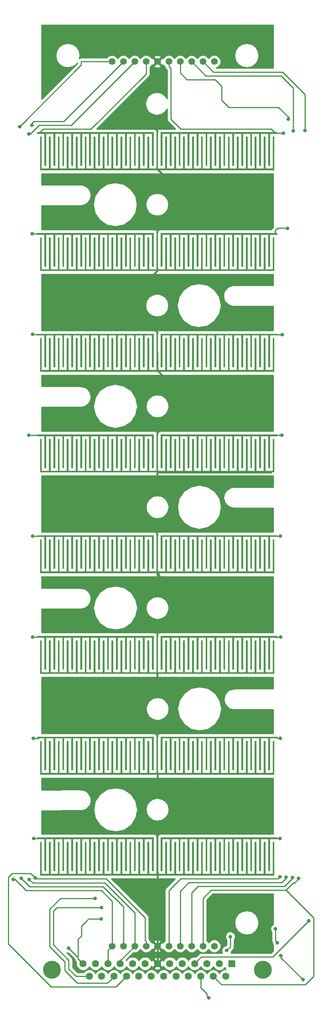
<source format=gbr>
%TF.GenerationSoftware,KiCad,Pcbnew,(2017-11-10 revision d8f4e35)-HEAD*%
%TF.CreationDate,2017-12-06T14:25:09-08:00*%
%TF.ProjectId,floor_pcb,666C6F6F725F7063622E6B696361645F,rev?*%
%TF.SameCoordinates,Original*%
%TF.FileFunction,Copper,L1,Top,Signal*%
%TF.FilePolarity,Positive*%
%FSLAX46Y46*%
G04 Gerber Fmt 4.6, Leading zero omitted, Abs format (unit mm)*
G04 Created by KiCad (PCBNEW (2017-11-10 revision d8f4e35)-HEAD) date Wed Dec  6 14:25:09 2017*
%MOMM*%
%LPD*%
G01*
G04 APERTURE LIST*
%TA.AperFunction,ComponentPad*%
%ADD10C,4.000000*%
%TD*%
%TA.AperFunction,ComponentPad*%
%ADD11C,1.600000*%
%TD*%
%TA.AperFunction,ComponentPad*%
%ADD12R,1.600000X1.600000*%
%TD*%
%TA.AperFunction,ComponentPad*%
%ADD13C,1.500000*%
%TD*%
%TA.AperFunction,Conductor*%
%ADD14C,0.000001*%
%TD*%
%TA.AperFunction,Conductor*%
%ADD15C,0.100000*%
%TD*%
%TA.AperFunction,ViaPad*%
%ADD16C,0.800000*%
%TD*%
%TA.AperFunction,Conductor*%
%ADD17C,0.250000*%
%TD*%
%TA.AperFunction,Conductor*%
%ADD18C,0.400000*%
%TD*%
%TA.AperFunction,Conductor*%
%ADD19C,0.254000*%
%TD*%
G04 APERTURE END LIST*
D10*
%TO.P,J3,0*%
%TO.N,N/C*%
X101500000Y-219072501D03*
X148600000Y-219072501D03*
D11*
%TO.P,J3,25*%
%TO.N,/F3*%
X109815000Y-220492501D03*
%TO.P,J3,24*%
%TO.N,/F7*%
X112585000Y-220492501D03*
%TO.P,J3,23*%
%TO.N,/F11*%
X115355000Y-220492501D03*
%TO.P,J3,22*%
%TO.N,/F15*%
X118125000Y-220492501D03*
%TO.P,J3,21*%
%TO.N,Net-(J3-Pad21)*%
X120895000Y-220492501D03*
%TO.P,J3,20*%
%TO.N,Net-(J3-Pad20)*%
X123665000Y-220492501D03*
%TO.P,J3,19*%
%TO.N,Net-(J3-Pad19)*%
X126435000Y-220492501D03*
%TO.P,J3,18*%
%TO.N,Net-(J3-Pad18)*%
X129205000Y-220492501D03*
%TO.P,J3,17*%
%TO.N,/F2*%
X131975000Y-220492501D03*
%TO.P,J3,16*%
%TO.N,/F6*%
X134745000Y-220492501D03*
%TO.P,J3,15*%
%TO.N,/F10*%
X137515000Y-220492501D03*
%TO.P,J3,14*%
%TO.N,/F14*%
X140285000Y-220492501D03*
%TO.P,J3,13*%
%TO.N,/F1*%
X108430000Y-217652501D03*
%TO.P,J3,12*%
%TO.N,/F5*%
X111200000Y-217652501D03*
%TO.P,J3,11*%
%TO.N,/F9*%
X113970000Y-217652501D03*
%TO.P,J3,10*%
%TO.N,/F13*%
X116740000Y-217652501D03*
%TO.P,J3,9*%
%TO.N,Net-(J3-Pad9)*%
X119510000Y-217652501D03*
%TO.P,J3,8*%
%TO.N,Net-(J3-Pad8)*%
X122280000Y-217652501D03*
%TO.P,J3,7*%
%TO.N,/HV*%
X125050000Y-217652501D03*
%TO.P,J3,6*%
%TO.N,Net-(J3-Pad6)*%
X127820000Y-217652501D03*
%TO.P,J3,5*%
%TO.N,Net-(J3-Pad5)*%
X130590000Y-217652501D03*
%TO.P,J3,4*%
%TO.N,/F4*%
X133360000Y-217652501D03*
%TO.P,J3,3*%
%TO.N,/F8*%
X136130000Y-217652501D03*
%TO.P,J3,2*%
%TO.N,/F12*%
X138900000Y-217652501D03*
D12*
%TO.P,J3,1*%
%TO.N,/F16*%
X141670000Y-217652501D03*
%TD*%
D13*
%TO.P,J2,1*%
%TO.N,/F7*%
X114890000Y-16385800D03*
%TO.P,J2,2*%
%TO.N,/F5*%
X117430000Y-16385800D03*
%TO.P,J2,3*%
%TO.N,/F3*%
X119970000Y-16385800D03*
%TO.P,J2,4*%
%TO.N,/F1*%
X122510000Y-16385800D03*
%TO.P,J2,5*%
%TO.N,/HV*%
X125050000Y-16385800D03*
%TO.P,J2,6*%
%TO.N,/F2*%
X127590000Y-16385800D03*
%TO.P,J2,7*%
%TO.N,/F4*%
X130130000Y-16385800D03*
%TO.P,J2,8*%
%TO.N,/F6*%
X132670000Y-16385800D03*
%TO.P,J2,9*%
%TO.N,/F8*%
X135210000Y-16385800D03*
%TO.P,J2,10*%
%TO.N,Net-(J2-Pad10)*%
X137750000Y-16385800D03*
%TD*%
%TO.P,J1,10*%
%TO.N,Net-(J1-Pad10)*%
X137750000Y-213750000D03*
%TO.P,J1,9*%
%TO.N,/F10*%
X135210000Y-213750000D03*
%TO.P,J1,8*%
%TO.N,/F12*%
X132670000Y-213750000D03*
%TO.P,J1,7*%
%TO.N,/F14*%
X130130000Y-213750000D03*
%TO.P,J1,6*%
%TO.N,/F16*%
X127590000Y-213750000D03*
%TO.P,J1,5*%
%TO.N,/HV*%
X125050000Y-213750000D03*
%TO.P,J1,4*%
%TO.N,/F15*%
X122510000Y-213750000D03*
%TO.P,J1,3*%
%TO.N,/F13*%
X119970000Y-213750000D03*
%TO.P,J1,2*%
%TO.N,/F11*%
X117430000Y-213750000D03*
%TO.P,J1,1*%
%TO.N,/F9*%
X114890000Y-213750000D03*
%TD*%
D14*
%TO.N,/F15*%
%TO.C,J4*%
X98700000Y-189700000D03*
D15*
G36*
X124200000Y-197000000D02*
X123800000Y-197000000D01*
X123800000Y-189900000D01*
X122200000Y-189900000D01*
X122200000Y-197000000D01*
X121800000Y-197000000D01*
X121800000Y-189900000D01*
X120200000Y-189900000D01*
X120200000Y-197000000D01*
X119800000Y-197000000D01*
X119800000Y-189900000D01*
X118200000Y-189900000D01*
X118200000Y-197000000D01*
X117800000Y-197000000D01*
X117800000Y-189900000D01*
X116200000Y-189900000D01*
X116200000Y-197000000D01*
X115800000Y-197000000D01*
X115800000Y-189900000D01*
X114200000Y-189900000D01*
X114200000Y-197000000D01*
X113800000Y-197000000D01*
X113800000Y-189900000D01*
X112200000Y-189900000D01*
X112200000Y-197000000D01*
X111800000Y-197000000D01*
X111800000Y-189900000D01*
X110200000Y-189900000D01*
X110200000Y-197000000D01*
X109800000Y-197000000D01*
X109800000Y-189900000D01*
X108200000Y-189900000D01*
X108200000Y-197000000D01*
X107800000Y-197000000D01*
X107800000Y-189900000D01*
X106200000Y-189900000D01*
X106200000Y-197000000D01*
X105800000Y-197000000D01*
X105800000Y-189900000D01*
X104200000Y-189900000D01*
X104200000Y-197000000D01*
X103800000Y-197000000D01*
X103800000Y-189900000D01*
X102200000Y-189900000D01*
X102200000Y-197000000D01*
X101800000Y-197000000D01*
X101800000Y-189900000D01*
X100200000Y-189900000D01*
X100200000Y-197000000D01*
X99800000Y-197000000D01*
X99800000Y-189900000D01*
X98200000Y-189900000D01*
X98200000Y-189500000D01*
X124200000Y-189500000D01*
X124200000Y-197000000D01*
X124200000Y-197000000D01*
G37*
D14*
%TO.N,/F16*%
X151300000Y-189700000D03*
D15*
G36*
X151800000Y-189900000D02*
X150200000Y-189900000D01*
X150200000Y-197000000D01*
X149800000Y-197000000D01*
X149800000Y-189900000D01*
X148200000Y-189900000D01*
X148200000Y-197000000D01*
X147800000Y-197000000D01*
X147800000Y-189900000D01*
X146200000Y-189900000D01*
X146200000Y-197000000D01*
X145800000Y-197000000D01*
X145800000Y-189900000D01*
X144200000Y-189900000D01*
X144200000Y-197000000D01*
X143800000Y-197000000D01*
X143800000Y-189900000D01*
X142200000Y-189900000D01*
X142200000Y-197000000D01*
X141800000Y-197000000D01*
X141800000Y-189900000D01*
X140200000Y-189900000D01*
X140200000Y-197000000D01*
X139800000Y-197000000D01*
X139800000Y-189900000D01*
X138200000Y-189900000D01*
X138200000Y-197000000D01*
X137800000Y-197000000D01*
X137800000Y-189900000D01*
X136200000Y-189900000D01*
X136200000Y-197000000D01*
X135800000Y-197000000D01*
X135800000Y-189900000D01*
X134200000Y-189900000D01*
X134200000Y-197000000D01*
X133800000Y-197000000D01*
X133800000Y-189900000D01*
X132200000Y-189900000D01*
X132200000Y-197000000D01*
X131800000Y-197000000D01*
X131800000Y-189900000D01*
X130200000Y-189900000D01*
X130200000Y-197000000D01*
X129800000Y-197000000D01*
X129800000Y-189900000D01*
X128200000Y-189900000D01*
X128200000Y-197000000D01*
X127800000Y-197000000D01*
X127800000Y-189900000D01*
X126200000Y-189900000D01*
X126200000Y-197000000D01*
X125800000Y-197000000D01*
X125800000Y-189500000D01*
X151800000Y-189500000D01*
X151800000Y-189900000D01*
X151800000Y-189900000D01*
G37*
D14*
%TO.N,/HV*%
X125000000Y-197500000D03*
D15*
G36*
X125200000Y-197600000D02*
X126800000Y-197600000D01*
X126800000Y-190500000D01*
X127200000Y-190500000D01*
X127200000Y-197600000D01*
X128800000Y-197600000D01*
X128800000Y-190500000D01*
X129200000Y-190500000D01*
X129200000Y-197600000D01*
X130800000Y-197600000D01*
X130800000Y-190500000D01*
X131200000Y-190500000D01*
X131200000Y-197600000D01*
X132800000Y-197600000D01*
X132800000Y-190500000D01*
X133200000Y-190500000D01*
X133200000Y-197600000D01*
X134800000Y-197600000D01*
X134800000Y-190500000D01*
X135200000Y-190500000D01*
X135200000Y-197600000D01*
X136800000Y-197600000D01*
X136800000Y-190500000D01*
X137200000Y-190500000D01*
X137200000Y-197600000D01*
X138800000Y-197600000D01*
X138800000Y-190500000D01*
X139200000Y-190500000D01*
X139200000Y-197600000D01*
X140800000Y-197600000D01*
X140800000Y-190500000D01*
X141200000Y-190500000D01*
X141200000Y-197600000D01*
X142800000Y-197600000D01*
X142800000Y-190500000D01*
X143200000Y-190500000D01*
X143200000Y-197600000D01*
X144800000Y-197600000D01*
X144800000Y-190500000D01*
X145200000Y-190500000D01*
X145200000Y-197600000D01*
X146800000Y-197600000D01*
X146800000Y-190500000D01*
X147200000Y-190500000D01*
X147200000Y-197600000D01*
X148800000Y-197600000D01*
X148800000Y-190500000D01*
X149200000Y-190500000D01*
X149200000Y-197600000D01*
X150800000Y-197600000D01*
X150800000Y-190500000D01*
X151200000Y-190500000D01*
X151200000Y-198000000D01*
X98800000Y-198000000D01*
X98800000Y-190500000D01*
X99200000Y-190500000D01*
X99200000Y-197600000D01*
X100800000Y-197600000D01*
X100800000Y-190500000D01*
X101200000Y-190500000D01*
X101200000Y-197600000D01*
X102800000Y-197600000D01*
X102800000Y-190500000D01*
X103200000Y-190500000D01*
X103200000Y-197600000D01*
X104800000Y-197600000D01*
X104800000Y-190500000D01*
X105200000Y-190500000D01*
X105200000Y-197600000D01*
X106800000Y-197600000D01*
X106800000Y-190500000D01*
X107200000Y-190500000D01*
X107200000Y-197600000D01*
X108800000Y-197600000D01*
X108800000Y-190500000D01*
X109200000Y-190500000D01*
X109200000Y-197600000D01*
X110800000Y-197600000D01*
X110800000Y-190500000D01*
X111200000Y-190500000D01*
X111200000Y-197600000D01*
X112800000Y-197600000D01*
X112800000Y-190500000D01*
X113200000Y-190500000D01*
X113200000Y-197600000D01*
X114800000Y-197600000D01*
X114800000Y-190500000D01*
X115200000Y-190500000D01*
X115200000Y-197600000D01*
X116800000Y-197600000D01*
X116800000Y-190500000D01*
X117200000Y-190500000D01*
X117200000Y-197600000D01*
X118800000Y-197600000D01*
X118800000Y-190500000D01*
X119200000Y-190500000D01*
X119200000Y-197600000D01*
X120800000Y-197600000D01*
X120800000Y-190500000D01*
X121200000Y-190500000D01*
X121200000Y-197600000D01*
X122800000Y-197600000D01*
X122800000Y-190500000D01*
X123200000Y-190500000D01*
X123200000Y-197600000D01*
X124800000Y-197600000D01*
X124800000Y-189500000D01*
X125200000Y-189500000D01*
X125200000Y-197600000D01*
X125200000Y-197600000D01*
G37*
%TD*%
D14*
%TO.N,/HV*%
%TO.C,J5*%
X125000000Y-175019400D03*
D15*
G36*
X125200000Y-175119400D02*
X126800000Y-175119400D01*
X126800000Y-168019400D01*
X127200000Y-168019400D01*
X127200000Y-175119400D01*
X128800000Y-175119400D01*
X128800000Y-168019400D01*
X129200000Y-168019400D01*
X129200000Y-175119400D01*
X130800000Y-175119400D01*
X130800000Y-168019400D01*
X131200000Y-168019400D01*
X131200000Y-175119400D01*
X132800000Y-175119400D01*
X132800000Y-168019400D01*
X133200000Y-168019400D01*
X133200000Y-175119400D01*
X134800000Y-175119400D01*
X134800000Y-168019400D01*
X135200000Y-168019400D01*
X135200000Y-175119400D01*
X136800000Y-175119400D01*
X136800000Y-168019400D01*
X137200000Y-168019400D01*
X137200000Y-175119400D01*
X138800000Y-175119400D01*
X138800000Y-168019400D01*
X139200000Y-168019400D01*
X139200000Y-175119400D01*
X140800000Y-175119400D01*
X140800000Y-168019400D01*
X141200000Y-168019400D01*
X141200000Y-175119400D01*
X142800000Y-175119400D01*
X142800000Y-168019400D01*
X143200000Y-168019400D01*
X143200000Y-175119400D01*
X144800000Y-175119400D01*
X144800000Y-168019400D01*
X145200000Y-168019400D01*
X145200000Y-175119400D01*
X146800000Y-175119400D01*
X146800000Y-168019400D01*
X147200000Y-168019400D01*
X147200000Y-175119400D01*
X148800000Y-175119400D01*
X148800000Y-168019400D01*
X149200000Y-168019400D01*
X149200000Y-175119400D01*
X150800000Y-175119400D01*
X150800000Y-168019400D01*
X151200000Y-168019400D01*
X151200000Y-175519400D01*
X98800000Y-175519400D01*
X98800000Y-168019400D01*
X99200000Y-168019400D01*
X99200000Y-175119400D01*
X100800000Y-175119400D01*
X100800000Y-168019400D01*
X101200000Y-168019400D01*
X101200000Y-175119400D01*
X102800000Y-175119400D01*
X102800000Y-168019400D01*
X103200000Y-168019400D01*
X103200000Y-175119400D01*
X104800000Y-175119400D01*
X104800000Y-168019400D01*
X105200000Y-168019400D01*
X105200000Y-175119400D01*
X106800000Y-175119400D01*
X106800000Y-168019400D01*
X107200000Y-168019400D01*
X107200000Y-175119400D01*
X108800000Y-175119400D01*
X108800000Y-168019400D01*
X109200000Y-168019400D01*
X109200000Y-175119400D01*
X110800000Y-175119400D01*
X110800000Y-168019400D01*
X111200000Y-168019400D01*
X111200000Y-175119400D01*
X112800000Y-175119400D01*
X112800000Y-168019400D01*
X113200000Y-168019400D01*
X113200000Y-175119400D01*
X114800000Y-175119400D01*
X114800000Y-168019400D01*
X115200000Y-168019400D01*
X115200000Y-175119400D01*
X116800000Y-175119400D01*
X116800000Y-168019400D01*
X117200000Y-168019400D01*
X117200000Y-175119400D01*
X118800000Y-175119400D01*
X118800000Y-168019400D01*
X119200000Y-168019400D01*
X119200000Y-175119400D01*
X120800000Y-175119400D01*
X120800000Y-168019400D01*
X121200000Y-168019400D01*
X121200000Y-175119400D01*
X122800000Y-175119400D01*
X122800000Y-168019400D01*
X123200000Y-168019400D01*
X123200000Y-175119400D01*
X124800000Y-175119400D01*
X124800000Y-167019400D01*
X125200000Y-167019400D01*
X125200000Y-175119400D01*
X125200000Y-175119400D01*
G37*
D14*
%TO.N,/F14*%
X151300000Y-167219400D03*
D15*
G36*
X151800000Y-167419400D02*
X150200000Y-167419400D01*
X150200000Y-174519400D01*
X149800000Y-174519400D01*
X149800000Y-167419400D01*
X148200000Y-167419400D01*
X148200000Y-174519400D01*
X147800000Y-174519400D01*
X147800000Y-167419400D01*
X146200000Y-167419400D01*
X146200000Y-174519400D01*
X145800000Y-174519400D01*
X145800000Y-167419400D01*
X144200000Y-167419400D01*
X144200000Y-174519400D01*
X143800000Y-174519400D01*
X143800000Y-167419400D01*
X142200000Y-167419400D01*
X142200000Y-174519400D01*
X141800000Y-174519400D01*
X141800000Y-167419400D01*
X140200000Y-167419400D01*
X140200000Y-174519400D01*
X139800000Y-174519400D01*
X139800000Y-167419400D01*
X138200000Y-167419400D01*
X138200000Y-174519400D01*
X137800000Y-174519400D01*
X137800000Y-167419400D01*
X136200000Y-167419400D01*
X136200000Y-174519400D01*
X135800000Y-174519400D01*
X135800000Y-167419400D01*
X134200000Y-167419400D01*
X134200000Y-174519400D01*
X133800000Y-174519400D01*
X133800000Y-167419400D01*
X132200000Y-167419400D01*
X132200000Y-174519400D01*
X131800000Y-174519400D01*
X131800000Y-167419400D01*
X130200000Y-167419400D01*
X130200000Y-174519400D01*
X129800000Y-174519400D01*
X129800000Y-167419400D01*
X128200000Y-167419400D01*
X128200000Y-174519400D01*
X127800000Y-174519400D01*
X127800000Y-167419400D01*
X126200000Y-167419400D01*
X126200000Y-174519400D01*
X125800000Y-174519400D01*
X125800000Y-167019400D01*
X151800000Y-167019400D01*
X151800000Y-167419400D01*
X151800000Y-167419400D01*
G37*
D14*
%TO.N,/F13*%
X98700000Y-167219400D03*
D15*
G36*
X124200000Y-174519400D02*
X123800000Y-174519400D01*
X123800000Y-167419400D01*
X122200000Y-167419400D01*
X122200000Y-174519400D01*
X121800000Y-174519400D01*
X121800000Y-167419400D01*
X120200000Y-167419400D01*
X120200000Y-174519400D01*
X119800000Y-174519400D01*
X119800000Y-167419400D01*
X118200000Y-167419400D01*
X118200000Y-174519400D01*
X117800000Y-174519400D01*
X117800000Y-167419400D01*
X116200000Y-167419400D01*
X116200000Y-174519400D01*
X115800000Y-174519400D01*
X115800000Y-167419400D01*
X114200000Y-167419400D01*
X114200000Y-174519400D01*
X113800000Y-174519400D01*
X113800000Y-167419400D01*
X112200000Y-167419400D01*
X112200000Y-174519400D01*
X111800000Y-174519400D01*
X111800000Y-167419400D01*
X110200000Y-167419400D01*
X110200000Y-174519400D01*
X109800000Y-174519400D01*
X109800000Y-167419400D01*
X108200000Y-167419400D01*
X108200000Y-174519400D01*
X107800000Y-174519400D01*
X107800000Y-167419400D01*
X106200000Y-167419400D01*
X106200000Y-174519400D01*
X105800000Y-174519400D01*
X105800000Y-167419400D01*
X104200000Y-167419400D01*
X104200000Y-174519400D01*
X103800000Y-174519400D01*
X103800000Y-167419400D01*
X102200000Y-167419400D01*
X102200000Y-174519400D01*
X101800000Y-174519400D01*
X101800000Y-167419400D01*
X100200000Y-167419400D01*
X100200000Y-174519400D01*
X99800000Y-174519400D01*
X99800000Y-167419400D01*
X98200000Y-167419400D01*
X98200000Y-167019400D01*
X124200000Y-167019400D01*
X124200000Y-174519400D01*
X124200000Y-174519400D01*
G37*
%TD*%
D14*
%TO.N,/F11*%
%TO.C,J6*%
X98700000Y-144738800D03*
D15*
G36*
X124200000Y-152038800D02*
X123800000Y-152038800D01*
X123800000Y-144938800D01*
X122200000Y-144938800D01*
X122200000Y-152038800D01*
X121800000Y-152038800D01*
X121800000Y-144938800D01*
X120200000Y-144938800D01*
X120200000Y-152038800D01*
X119800000Y-152038800D01*
X119800000Y-144938800D01*
X118200000Y-144938800D01*
X118200000Y-152038800D01*
X117800000Y-152038800D01*
X117800000Y-144938800D01*
X116200000Y-144938800D01*
X116200000Y-152038800D01*
X115800000Y-152038800D01*
X115800000Y-144938800D01*
X114200000Y-144938800D01*
X114200000Y-152038800D01*
X113800000Y-152038800D01*
X113800000Y-144938800D01*
X112200000Y-144938800D01*
X112200000Y-152038800D01*
X111800000Y-152038800D01*
X111800000Y-144938800D01*
X110200000Y-144938800D01*
X110200000Y-152038800D01*
X109800000Y-152038800D01*
X109800000Y-144938800D01*
X108200000Y-144938800D01*
X108200000Y-152038800D01*
X107800000Y-152038800D01*
X107800000Y-144938800D01*
X106200000Y-144938800D01*
X106200000Y-152038800D01*
X105800000Y-152038800D01*
X105800000Y-144938800D01*
X104200000Y-144938800D01*
X104200000Y-152038800D01*
X103800000Y-152038800D01*
X103800000Y-144938800D01*
X102200000Y-144938800D01*
X102200000Y-152038800D01*
X101800000Y-152038800D01*
X101800000Y-144938800D01*
X100200000Y-144938800D01*
X100200000Y-152038800D01*
X99800000Y-152038800D01*
X99800000Y-144938800D01*
X98200000Y-144938800D01*
X98200000Y-144538800D01*
X124200000Y-144538800D01*
X124200000Y-152038800D01*
X124200000Y-152038800D01*
G37*
D14*
%TO.N,/F12*%
X151300000Y-144738800D03*
D15*
G36*
X151800000Y-144938800D02*
X150200000Y-144938800D01*
X150200000Y-152038800D01*
X149800000Y-152038800D01*
X149800000Y-144938800D01*
X148200000Y-144938800D01*
X148200000Y-152038800D01*
X147800000Y-152038800D01*
X147800000Y-144938800D01*
X146200000Y-144938800D01*
X146200000Y-152038800D01*
X145800000Y-152038800D01*
X145800000Y-144938800D01*
X144200000Y-144938800D01*
X144200000Y-152038800D01*
X143800000Y-152038800D01*
X143800000Y-144938800D01*
X142200000Y-144938800D01*
X142200000Y-152038800D01*
X141800000Y-152038800D01*
X141800000Y-144938800D01*
X140200000Y-144938800D01*
X140200000Y-152038800D01*
X139800000Y-152038800D01*
X139800000Y-144938800D01*
X138200000Y-144938800D01*
X138200000Y-152038800D01*
X137800000Y-152038800D01*
X137800000Y-144938800D01*
X136200000Y-144938800D01*
X136200000Y-152038800D01*
X135800000Y-152038800D01*
X135800000Y-144938800D01*
X134200000Y-144938800D01*
X134200000Y-152038800D01*
X133800000Y-152038800D01*
X133800000Y-144938800D01*
X132200000Y-144938800D01*
X132200000Y-152038800D01*
X131800000Y-152038800D01*
X131800000Y-144938800D01*
X130200000Y-144938800D01*
X130200000Y-152038800D01*
X129800000Y-152038800D01*
X129800000Y-144938800D01*
X128200000Y-144938800D01*
X128200000Y-152038800D01*
X127800000Y-152038800D01*
X127800000Y-144938800D01*
X126200000Y-144938800D01*
X126200000Y-152038800D01*
X125800000Y-152038800D01*
X125800000Y-144538800D01*
X151800000Y-144538800D01*
X151800000Y-144938800D01*
X151800000Y-144938800D01*
G37*
D14*
%TO.N,/HV*%
X125000000Y-152538800D03*
D15*
G36*
X125200000Y-152638800D02*
X126800000Y-152638800D01*
X126800000Y-145538800D01*
X127200000Y-145538800D01*
X127200000Y-152638800D01*
X128800000Y-152638800D01*
X128800000Y-145538800D01*
X129200000Y-145538800D01*
X129200000Y-152638800D01*
X130800000Y-152638800D01*
X130800000Y-145538800D01*
X131200000Y-145538800D01*
X131200000Y-152638800D01*
X132800000Y-152638800D01*
X132800000Y-145538800D01*
X133200000Y-145538800D01*
X133200000Y-152638800D01*
X134800000Y-152638800D01*
X134800000Y-145538800D01*
X135200000Y-145538800D01*
X135200000Y-152638800D01*
X136800000Y-152638800D01*
X136800000Y-145538800D01*
X137200000Y-145538800D01*
X137200000Y-152638800D01*
X138800000Y-152638800D01*
X138800000Y-145538800D01*
X139200000Y-145538800D01*
X139200000Y-152638800D01*
X140800000Y-152638800D01*
X140800000Y-145538800D01*
X141200000Y-145538800D01*
X141200000Y-152638800D01*
X142800000Y-152638800D01*
X142800000Y-145538800D01*
X143200000Y-145538800D01*
X143200000Y-152638800D01*
X144800000Y-152638800D01*
X144800000Y-145538800D01*
X145200000Y-145538800D01*
X145200000Y-152638800D01*
X146800000Y-152638800D01*
X146800000Y-145538800D01*
X147200000Y-145538800D01*
X147200000Y-152638800D01*
X148800000Y-152638800D01*
X148800000Y-145538800D01*
X149200000Y-145538800D01*
X149200000Y-152638800D01*
X150800000Y-152638800D01*
X150800000Y-145538800D01*
X151200000Y-145538800D01*
X151200000Y-153038800D01*
X98800000Y-153038800D01*
X98800000Y-145538800D01*
X99200000Y-145538800D01*
X99200000Y-152638800D01*
X100800000Y-152638800D01*
X100800000Y-145538800D01*
X101200000Y-145538800D01*
X101200000Y-152638800D01*
X102800000Y-152638800D01*
X102800000Y-145538800D01*
X103200000Y-145538800D01*
X103200000Y-152638800D01*
X104800000Y-152638800D01*
X104800000Y-145538800D01*
X105200000Y-145538800D01*
X105200000Y-152638800D01*
X106800000Y-152638800D01*
X106800000Y-145538800D01*
X107200000Y-145538800D01*
X107200000Y-152638800D01*
X108800000Y-152638800D01*
X108800000Y-145538800D01*
X109200000Y-145538800D01*
X109200000Y-152638800D01*
X110800000Y-152638800D01*
X110800000Y-145538800D01*
X111200000Y-145538800D01*
X111200000Y-152638800D01*
X112800000Y-152638800D01*
X112800000Y-145538800D01*
X113200000Y-145538800D01*
X113200000Y-152638800D01*
X114800000Y-152638800D01*
X114800000Y-145538800D01*
X115200000Y-145538800D01*
X115200000Y-152638800D01*
X116800000Y-152638800D01*
X116800000Y-145538800D01*
X117200000Y-145538800D01*
X117200000Y-152638800D01*
X118800000Y-152638800D01*
X118800000Y-145538800D01*
X119200000Y-145538800D01*
X119200000Y-152638800D01*
X120800000Y-152638800D01*
X120800000Y-145538800D01*
X121200000Y-145538800D01*
X121200000Y-152638800D01*
X122800000Y-152638800D01*
X122800000Y-145538800D01*
X123200000Y-145538800D01*
X123200000Y-152638800D01*
X124800000Y-152638800D01*
X124800000Y-144538800D01*
X125200000Y-144538800D01*
X125200000Y-152638800D01*
X125200000Y-152638800D01*
G37*
%TD*%
D14*
%TO.N,/HV*%
%TO.C,J7*%
X125000000Y-130058200D03*
D15*
G36*
X125200000Y-130158200D02*
X126800000Y-130158200D01*
X126800000Y-123058200D01*
X127200000Y-123058200D01*
X127200000Y-130158200D01*
X128800000Y-130158200D01*
X128800000Y-123058200D01*
X129200000Y-123058200D01*
X129200000Y-130158200D01*
X130800000Y-130158200D01*
X130800000Y-123058200D01*
X131200000Y-123058200D01*
X131200000Y-130158200D01*
X132800000Y-130158200D01*
X132800000Y-123058200D01*
X133200000Y-123058200D01*
X133200000Y-130158200D01*
X134800000Y-130158200D01*
X134800000Y-123058200D01*
X135200000Y-123058200D01*
X135200000Y-130158200D01*
X136800000Y-130158200D01*
X136800000Y-123058200D01*
X137200000Y-123058200D01*
X137200000Y-130158200D01*
X138800000Y-130158200D01*
X138800000Y-123058200D01*
X139200000Y-123058200D01*
X139200000Y-130158200D01*
X140800000Y-130158200D01*
X140800000Y-123058200D01*
X141200000Y-123058200D01*
X141200000Y-130158200D01*
X142800000Y-130158200D01*
X142800000Y-123058200D01*
X143200000Y-123058200D01*
X143200000Y-130158200D01*
X144800000Y-130158200D01*
X144800000Y-123058200D01*
X145200000Y-123058200D01*
X145200000Y-130158200D01*
X146800000Y-130158200D01*
X146800000Y-123058200D01*
X147200000Y-123058200D01*
X147200000Y-130158200D01*
X148800000Y-130158200D01*
X148800000Y-123058200D01*
X149200000Y-123058200D01*
X149200000Y-130158200D01*
X150800000Y-130158200D01*
X150800000Y-123058200D01*
X151200000Y-123058200D01*
X151200000Y-130558200D01*
X98800000Y-130558200D01*
X98800000Y-123058200D01*
X99200000Y-123058200D01*
X99200000Y-130158200D01*
X100800000Y-130158200D01*
X100800000Y-123058200D01*
X101200000Y-123058200D01*
X101200000Y-130158200D01*
X102800000Y-130158200D01*
X102800000Y-123058200D01*
X103200000Y-123058200D01*
X103200000Y-130158200D01*
X104800000Y-130158200D01*
X104800000Y-123058200D01*
X105200000Y-123058200D01*
X105200000Y-130158200D01*
X106800000Y-130158200D01*
X106800000Y-123058200D01*
X107200000Y-123058200D01*
X107200000Y-130158200D01*
X108800000Y-130158200D01*
X108800000Y-123058200D01*
X109200000Y-123058200D01*
X109200000Y-130158200D01*
X110800000Y-130158200D01*
X110800000Y-123058200D01*
X111200000Y-123058200D01*
X111200000Y-130158200D01*
X112800000Y-130158200D01*
X112800000Y-123058200D01*
X113200000Y-123058200D01*
X113200000Y-130158200D01*
X114800000Y-130158200D01*
X114800000Y-123058200D01*
X115200000Y-123058200D01*
X115200000Y-130158200D01*
X116800000Y-130158200D01*
X116800000Y-123058200D01*
X117200000Y-123058200D01*
X117200000Y-130158200D01*
X118800000Y-130158200D01*
X118800000Y-123058200D01*
X119200000Y-123058200D01*
X119200000Y-130158200D01*
X120800000Y-130158200D01*
X120800000Y-123058200D01*
X121200000Y-123058200D01*
X121200000Y-130158200D01*
X122800000Y-130158200D01*
X122800000Y-123058200D01*
X123200000Y-123058200D01*
X123200000Y-130158200D01*
X124800000Y-130158200D01*
X124800000Y-122058200D01*
X125200000Y-122058200D01*
X125200000Y-130158200D01*
X125200000Y-130158200D01*
G37*
D14*
%TO.N,/F10*%
X151300000Y-122258200D03*
D15*
G36*
X151800000Y-122458200D02*
X150200000Y-122458200D01*
X150200000Y-129558200D01*
X149800000Y-129558200D01*
X149800000Y-122458200D01*
X148200000Y-122458200D01*
X148200000Y-129558200D01*
X147800000Y-129558200D01*
X147800000Y-122458200D01*
X146200000Y-122458200D01*
X146200000Y-129558200D01*
X145800000Y-129558200D01*
X145800000Y-122458200D01*
X144200000Y-122458200D01*
X144200000Y-129558200D01*
X143800000Y-129558200D01*
X143800000Y-122458200D01*
X142200000Y-122458200D01*
X142200000Y-129558200D01*
X141800000Y-129558200D01*
X141800000Y-122458200D01*
X140200000Y-122458200D01*
X140200000Y-129558200D01*
X139800000Y-129558200D01*
X139800000Y-122458200D01*
X138200000Y-122458200D01*
X138200000Y-129558200D01*
X137800000Y-129558200D01*
X137800000Y-122458200D01*
X136200000Y-122458200D01*
X136200000Y-129558200D01*
X135800000Y-129558200D01*
X135800000Y-122458200D01*
X134200000Y-122458200D01*
X134200000Y-129558200D01*
X133800000Y-129558200D01*
X133800000Y-122458200D01*
X132200000Y-122458200D01*
X132200000Y-129558200D01*
X131800000Y-129558200D01*
X131800000Y-122458200D01*
X130200000Y-122458200D01*
X130200000Y-129558200D01*
X129800000Y-129558200D01*
X129800000Y-122458200D01*
X128200000Y-122458200D01*
X128200000Y-129558200D01*
X127800000Y-129558200D01*
X127800000Y-122458200D01*
X126200000Y-122458200D01*
X126200000Y-129558200D01*
X125800000Y-129558200D01*
X125800000Y-122058200D01*
X151800000Y-122058200D01*
X151800000Y-122458200D01*
X151800000Y-122458200D01*
G37*
D14*
%TO.N,/F9*%
X98700000Y-122258200D03*
D15*
G36*
X124200000Y-129558200D02*
X123800000Y-129558200D01*
X123800000Y-122458200D01*
X122200000Y-122458200D01*
X122200000Y-129558200D01*
X121800000Y-129558200D01*
X121800000Y-122458200D01*
X120200000Y-122458200D01*
X120200000Y-129558200D01*
X119800000Y-129558200D01*
X119800000Y-122458200D01*
X118200000Y-122458200D01*
X118200000Y-129558200D01*
X117800000Y-129558200D01*
X117800000Y-122458200D01*
X116200000Y-122458200D01*
X116200000Y-129558200D01*
X115800000Y-129558200D01*
X115800000Y-122458200D01*
X114200000Y-122458200D01*
X114200000Y-129558200D01*
X113800000Y-129558200D01*
X113800000Y-122458200D01*
X112200000Y-122458200D01*
X112200000Y-129558200D01*
X111800000Y-129558200D01*
X111800000Y-122458200D01*
X110200000Y-122458200D01*
X110200000Y-129558200D01*
X109800000Y-129558200D01*
X109800000Y-122458200D01*
X108200000Y-122458200D01*
X108200000Y-129558200D01*
X107800000Y-129558200D01*
X107800000Y-122458200D01*
X106200000Y-122458200D01*
X106200000Y-129558200D01*
X105800000Y-129558200D01*
X105800000Y-122458200D01*
X104200000Y-122458200D01*
X104200000Y-129558200D01*
X103800000Y-129558200D01*
X103800000Y-122458200D01*
X102200000Y-122458200D01*
X102200000Y-129558200D01*
X101800000Y-129558200D01*
X101800000Y-122458200D01*
X100200000Y-122458200D01*
X100200000Y-129558200D01*
X99800000Y-129558200D01*
X99800000Y-122458200D01*
X98200000Y-122458200D01*
X98200000Y-122058200D01*
X124200000Y-122058200D01*
X124200000Y-129558200D01*
X124200000Y-129558200D01*
G37*
%TD*%
D14*
%TO.N,/F7*%
%TO.C,J8*%
X98700000Y-99777600D03*
D15*
G36*
X124200000Y-107077600D02*
X123800000Y-107077600D01*
X123800000Y-99977600D01*
X122200000Y-99977600D01*
X122200000Y-107077600D01*
X121800000Y-107077600D01*
X121800000Y-99977600D01*
X120200000Y-99977600D01*
X120200000Y-107077600D01*
X119800000Y-107077600D01*
X119800000Y-99977600D01*
X118200000Y-99977600D01*
X118200000Y-107077600D01*
X117800000Y-107077600D01*
X117800000Y-99977600D01*
X116200000Y-99977600D01*
X116200000Y-107077600D01*
X115800000Y-107077600D01*
X115800000Y-99977600D01*
X114200000Y-99977600D01*
X114200000Y-107077600D01*
X113800000Y-107077600D01*
X113800000Y-99977600D01*
X112200000Y-99977600D01*
X112200000Y-107077600D01*
X111800000Y-107077600D01*
X111800000Y-99977600D01*
X110200000Y-99977600D01*
X110200000Y-107077600D01*
X109800000Y-107077600D01*
X109800000Y-99977600D01*
X108200000Y-99977600D01*
X108200000Y-107077600D01*
X107800000Y-107077600D01*
X107800000Y-99977600D01*
X106200000Y-99977600D01*
X106200000Y-107077600D01*
X105800000Y-107077600D01*
X105800000Y-99977600D01*
X104200000Y-99977600D01*
X104200000Y-107077600D01*
X103800000Y-107077600D01*
X103800000Y-99977600D01*
X102200000Y-99977600D01*
X102200000Y-107077600D01*
X101800000Y-107077600D01*
X101800000Y-99977600D01*
X100200000Y-99977600D01*
X100200000Y-107077600D01*
X99800000Y-107077600D01*
X99800000Y-99977600D01*
X98200000Y-99977600D01*
X98200000Y-99577600D01*
X124200000Y-99577600D01*
X124200000Y-107077600D01*
X124200000Y-107077600D01*
G37*
D14*
%TO.N,/F8*%
X151300000Y-99777600D03*
D15*
G36*
X151800000Y-99977600D02*
X150200000Y-99977600D01*
X150200000Y-107077600D01*
X149800000Y-107077600D01*
X149800000Y-99977600D01*
X148200000Y-99977600D01*
X148200000Y-107077600D01*
X147800000Y-107077600D01*
X147800000Y-99977600D01*
X146200000Y-99977600D01*
X146200000Y-107077600D01*
X145800000Y-107077600D01*
X145800000Y-99977600D01*
X144200000Y-99977600D01*
X144200000Y-107077600D01*
X143800000Y-107077600D01*
X143800000Y-99977600D01*
X142200000Y-99977600D01*
X142200000Y-107077600D01*
X141800000Y-107077600D01*
X141800000Y-99977600D01*
X140200000Y-99977600D01*
X140200000Y-107077600D01*
X139800000Y-107077600D01*
X139800000Y-99977600D01*
X138200000Y-99977600D01*
X138200000Y-107077600D01*
X137800000Y-107077600D01*
X137800000Y-99977600D01*
X136200000Y-99977600D01*
X136200000Y-107077600D01*
X135800000Y-107077600D01*
X135800000Y-99977600D01*
X134200000Y-99977600D01*
X134200000Y-107077600D01*
X133800000Y-107077600D01*
X133800000Y-99977600D01*
X132200000Y-99977600D01*
X132200000Y-107077600D01*
X131800000Y-107077600D01*
X131800000Y-99977600D01*
X130200000Y-99977600D01*
X130200000Y-107077600D01*
X129800000Y-107077600D01*
X129800000Y-99977600D01*
X128200000Y-99977600D01*
X128200000Y-107077600D01*
X127800000Y-107077600D01*
X127800000Y-99977600D01*
X126200000Y-99977600D01*
X126200000Y-107077600D01*
X125800000Y-107077600D01*
X125800000Y-99577600D01*
X151800000Y-99577600D01*
X151800000Y-99977600D01*
X151800000Y-99977600D01*
G37*
D14*
%TO.N,/HV*%
X125000000Y-107577600D03*
D15*
G36*
X125200000Y-107677600D02*
X126800000Y-107677600D01*
X126800000Y-100577600D01*
X127200000Y-100577600D01*
X127200000Y-107677600D01*
X128800000Y-107677600D01*
X128800000Y-100577600D01*
X129200000Y-100577600D01*
X129200000Y-107677600D01*
X130800000Y-107677600D01*
X130800000Y-100577600D01*
X131200000Y-100577600D01*
X131200000Y-107677600D01*
X132800000Y-107677600D01*
X132800000Y-100577600D01*
X133200000Y-100577600D01*
X133200000Y-107677600D01*
X134800000Y-107677600D01*
X134800000Y-100577600D01*
X135200000Y-100577600D01*
X135200000Y-107677600D01*
X136800000Y-107677600D01*
X136800000Y-100577600D01*
X137200000Y-100577600D01*
X137200000Y-107677600D01*
X138800000Y-107677600D01*
X138800000Y-100577600D01*
X139200000Y-100577600D01*
X139200000Y-107677600D01*
X140800000Y-107677600D01*
X140800000Y-100577600D01*
X141200000Y-100577600D01*
X141200000Y-107677600D01*
X142800000Y-107677600D01*
X142800000Y-100577600D01*
X143200000Y-100577600D01*
X143200000Y-107677600D01*
X144800000Y-107677600D01*
X144800000Y-100577600D01*
X145200000Y-100577600D01*
X145200000Y-107677600D01*
X146800000Y-107677600D01*
X146800000Y-100577600D01*
X147200000Y-100577600D01*
X147200000Y-107677600D01*
X148800000Y-107677600D01*
X148800000Y-100577600D01*
X149200000Y-100577600D01*
X149200000Y-107677600D01*
X150800000Y-107677600D01*
X150800000Y-100577600D01*
X151200000Y-100577600D01*
X151200000Y-108077600D01*
X98800000Y-108077600D01*
X98800000Y-100577600D01*
X99200000Y-100577600D01*
X99200000Y-107677600D01*
X100800000Y-107677600D01*
X100800000Y-100577600D01*
X101200000Y-100577600D01*
X101200000Y-107677600D01*
X102800000Y-107677600D01*
X102800000Y-100577600D01*
X103200000Y-100577600D01*
X103200000Y-107677600D01*
X104800000Y-107677600D01*
X104800000Y-100577600D01*
X105200000Y-100577600D01*
X105200000Y-107677600D01*
X106800000Y-107677600D01*
X106800000Y-100577600D01*
X107200000Y-100577600D01*
X107200000Y-107677600D01*
X108800000Y-107677600D01*
X108800000Y-100577600D01*
X109200000Y-100577600D01*
X109200000Y-107677600D01*
X110800000Y-107677600D01*
X110800000Y-100577600D01*
X111200000Y-100577600D01*
X111200000Y-107677600D01*
X112800000Y-107677600D01*
X112800000Y-100577600D01*
X113200000Y-100577600D01*
X113200000Y-107677600D01*
X114800000Y-107677600D01*
X114800000Y-100577600D01*
X115200000Y-100577600D01*
X115200000Y-107677600D01*
X116800000Y-107677600D01*
X116800000Y-100577600D01*
X117200000Y-100577600D01*
X117200000Y-107677600D01*
X118800000Y-107677600D01*
X118800000Y-100577600D01*
X119200000Y-100577600D01*
X119200000Y-107677600D01*
X120800000Y-107677600D01*
X120800000Y-100577600D01*
X121200000Y-100577600D01*
X121200000Y-107677600D01*
X122800000Y-107677600D01*
X122800000Y-100577600D01*
X123200000Y-100577600D01*
X123200000Y-107677600D01*
X124800000Y-107677600D01*
X124800000Y-99577600D01*
X125200000Y-99577600D01*
X125200000Y-107677600D01*
X125200000Y-107677600D01*
G37*
%TD*%
D14*
%TO.N,/F5*%
%TO.C,J9*%
X98700000Y-77297000D03*
D15*
G36*
X124200000Y-84597000D02*
X123800000Y-84597000D01*
X123800000Y-77497000D01*
X122200000Y-77497000D01*
X122200000Y-84597000D01*
X121800000Y-84597000D01*
X121800000Y-77497000D01*
X120200000Y-77497000D01*
X120200000Y-84597000D01*
X119800000Y-84597000D01*
X119800000Y-77497000D01*
X118200000Y-77497000D01*
X118200000Y-84597000D01*
X117800000Y-84597000D01*
X117800000Y-77497000D01*
X116200000Y-77497000D01*
X116200000Y-84597000D01*
X115800000Y-84597000D01*
X115800000Y-77497000D01*
X114200000Y-77497000D01*
X114200000Y-84597000D01*
X113800000Y-84597000D01*
X113800000Y-77497000D01*
X112200000Y-77497000D01*
X112200000Y-84597000D01*
X111800000Y-84597000D01*
X111800000Y-77497000D01*
X110200000Y-77497000D01*
X110200000Y-84597000D01*
X109800000Y-84597000D01*
X109800000Y-77497000D01*
X108200000Y-77497000D01*
X108200000Y-84597000D01*
X107800000Y-84597000D01*
X107800000Y-77497000D01*
X106200000Y-77497000D01*
X106200000Y-84597000D01*
X105800000Y-84597000D01*
X105800000Y-77497000D01*
X104200000Y-77497000D01*
X104200000Y-84597000D01*
X103800000Y-84597000D01*
X103800000Y-77497000D01*
X102200000Y-77497000D01*
X102200000Y-84597000D01*
X101800000Y-84597000D01*
X101800000Y-77497000D01*
X100200000Y-77497000D01*
X100200000Y-84597000D01*
X99800000Y-84597000D01*
X99800000Y-77497000D01*
X98200000Y-77497000D01*
X98200000Y-77097000D01*
X124200000Y-77097000D01*
X124200000Y-84597000D01*
X124200000Y-84597000D01*
G37*
D14*
%TO.N,/F6*%
X151300000Y-77297000D03*
D15*
G36*
X151800000Y-77497000D02*
X150200000Y-77497000D01*
X150200000Y-84597000D01*
X149800000Y-84597000D01*
X149800000Y-77497000D01*
X148200000Y-77497000D01*
X148200000Y-84597000D01*
X147800000Y-84597000D01*
X147800000Y-77497000D01*
X146200000Y-77497000D01*
X146200000Y-84597000D01*
X145800000Y-84597000D01*
X145800000Y-77497000D01*
X144200000Y-77497000D01*
X144200000Y-84597000D01*
X143800000Y-84597000D01*
X143800000Y-77497000D01*
X142200000Y-77497000D01*
X142200000Y-84597000D01*
X141800000Y-84597000D01*
X141800000Y-77497000D01*
X140200000Y-77497000D01*
X140200000Y-84597000D01*
X139800000Y-84597000D01*
X139800000Y-77497000D01*
X138200000Y-77497000D01*
X138200000Y-84597000D01*
X137800000Y-84597000D01*
X137800000Y-77497000D01*
X136200000Y-77497000D01*
X136200000Y-84597000D01*
X135800000Y-84597000D01*
X135800000Y-77497000D01*
X134200000Y-77497000D01*
X134200000Y-84597000D01*
X133800000Y-84597000D01*
X133800000Y-77497000D01*
X132200000Y-77497000D01*
X132200000Y-84597000D01*
X131800000Y-84597000D01*
X131800000Y-77497000D01*
X130200000Y-77497000D01*
X130200000Y-84597000D01*
X129800000Y-84597000D01*
X129800000Y-77497000D01*
X128200000Y-77497000D01*
X128200000Y-84597000D01*
X127800000Y-84597000D01*
X127800000Y-77497000D01*
X126200000Y-77497000D01*
X126200000Y-84597000D01*
X125800000Y-84597000D01*
X125800000Y-77097000D01*
X151800000Y-77097000D01*
X151800000Y-77497000D01*
X151800000Y-77497000D01*
G37*
D14*
%TO.N,/HV*%
X125000000Y-85097000D03*
D15*
G36*
X125200000Y-85197000D02*
X126800000Y-85197000D01*
X126800000Y-78097000D01*
X127200000Y-78097000D01*
X127200000Y-85197000D01*
X128800000Y-85197000D01*
X128800000Y-78097000D01*
X129200000Y-78097000D01*
X129200000Y-85197000D01*
X130800000Y-85197000D01*
X130800000Y-78097000D01*
X131200000Y-78097000D01*
X131200000Y-85197000D01*
X132800000Y-85197000D01*
X132800000Y-78097000D01*
X133200000Y-78097000D01*
X133200000Y-85197000D01*
X134800000Y-85197000D01*
X134800000Y-78097000D01*
X135200000Y-78097000D01*
X135200000Y-85197000D01*
X136800000Y-85197000D01*
X136800000Y-78097000D01*
X137200000Y-78097000D01*
X137200000Y-85197000D01*
X138800000Y-85197000D01*
X138800000Y-78097000D01*
X139200000Y-78097000D01*
X139200000Y-85197000D01*
X140800000Y-85197000D01*
X140800000Y-78097000D01*
X141200000Y-78097000D01*
X141200000Y-85197000D01*
X142800000Y-85197000D01*
X142800000Y-78097000D01*
X143200000Y-78097000D01*
X143200000Y-85197000D01*
X144800000Y-85197000D01*
X144800000Y-78097000D01*
X145200000Y-78097000D01*
X145200000Y-85197000D01*
X146800000Y-85197000D01*
X146800000Y-78097000D01*
X147200000Y-78097000D01*
X147200000Y-85197000D01*
X148800000Y-85197000D01*
X148800000Y-78097000D01*
X149200000Y-78097000D01*
X149200000Y-85197000D01*
X150800000Y-85197000D01*
X150800000Y-78097000D01*
X151200000Y-78097000D01*
X151200000Y-85597000D01*
X98800000Y-85597000D01*
X98800000Y-78097000D01*
X99200000Y-78097000D01*
X99200000Y-85197000D01*
X100800000Y-85197000D01*
X100800000Y-78097000D01*
X101200000Y-78097000D01*
X101200000Y-85197000D01*
X102800000Y-85197000D01*
X102800000Y-78097000D01*
X103200000Y-78097000D01*
X103200000Y-85197000D01*
X104800000Y-85197000D01*
X104800000Y-78097000D01*
X105200000Y-78097000D01*
X105200000Y-85197000D01*
X106800000Y-85197000D01*
X106800000Y-78097000D01*
X107200000Y-78097000D01*
X107200000Y-85197000D01*
X108800000Y-85197000D01*
X108800000Y-78097000D01*
X109200000Y-78097000D01*
X109200000Y-85197000D01*
X110800000Y-85197000D01*
X110800000Y-78097000D01*
X111200000Y-78097000D01*
X111200000Y-85197000D01*
X112800000Y-85197000D01*
X112800000Y-78097000D01*
X113200000Y-78097000D01*
X113200000Y-85197000D01*
X114800000Y-85197000D01*
X114800000Y-78097000D01*
X115200000Y-78097000D01*
X115200000Y-85197000D01*
X116800000Y-85197000D01*
X116800000Y-78097000D01*
X117200000Y-78097000D01*
X117200000Y-85197000D01*
X118800000Y-85197000D01*
X118800000Y-78097000D01*
X119200000Y-78097000D01*
X119200000Y-85197000D01*
X120800000Y-85197000D01*
X120800000Y-78097000D01*
X121200000Y-78097000D01*
X121200000Y-85197000D01*
X122800000Y-85197000D01*
X122800000Y-78097000D01*
X123200000Y-78097000D01*
X123200000Y-85197000D01*
X124800000Y-85197000D01*
X124800000Y-77097000D01*
X125200000Y-77097000D01*
X125200000Y-85197000D01*
X125200000Y-85197000D01*
G37*
%TD*%
D14*
%TO.N,/HV*%
%TO.C,J10*%
X125000000Y-62616400D03*
D15*
G36*
X125200000Y-62716400D02*
X126800000Y-62716400D01*
X126800000Y-55616400D01*
X127200000Y-55616400D01*
X127200000Y-62716400D01*
X128800000Y-62716400D01*
X128800000Y-55616400D01*
X129200000Y-55616400D01*
X129200000Y-62716400D01*
X130800000Y-62716400D01*
X130800000Y-55616400D01*
X131200000Y-55616400D01*
X131200000Y-62716400D01*
X132800000Y-62716400D01*
X132800000Y-55616400D01*
X133200000Y-55616400D01*
X133200000Y-62716400D01*
X134800000Y-62716400D01*
X134800000Y-55616400D01*
X135200000Y-55616400D01*
X135200000Y-62716400D01*
X136800000Y-62716400D01*
X136800000Y-55616400D01*
X137200000Y-55616400D01*
X137200000Y-62716400D01*
X138800000Y-62716400D01*
X138800000Y-55616400D01*
X139200000Y-55616400D01*
X139200000Y-62716400D01*
X140800000Y-62716400D01*
X140800000Y-55616400D01*
X141200000Y-55616400D01*
X141200000Y-62716400D01*
X142800000Y-62716400D01*
X142800000Y-55616400D01*
X143200000Y-55616400D01*
X143200000Y-62716400D01*
X144800000Y-62716400D01*
X144800000Y-55616400D01*
X145200000Y-55616400D01*
X145200000Y-62716400D01*
X146800000Y-62716400D01*
X146800000Y-55616400D01*
X147200000Y-55616400D01*
X147200000Y-62716400D01*
X148800000Y-62716400D01*
X148800000Y-55616400D01*
X149200000Y-55616400D01*
X149200000Y-62716400D01*
X150800000Y-62716400D01*
X150800000Y-55616400D01*
X151200000Y-55616400D01*
X151200000Y-63116400D01*
X98800000Y-63116400D01*
X98800000Y-55616400D01*
X99200000Y-55616400D01*
X99200000Y-62716400D01*
X100800000Y-62716400D01*
X100800000Y-55616400D01*
X101200000Y-55616400D01*
X101200000Y-62716400D01*
X102800000Y-62716400D01*
X102800000Y-55616400D01*
X103200000Y-55616400D01*
X103200000Y-62716400D01*
X104800000Y-62716400D01*
X104800000Y-55616400D01*
X105200000Y-55616400D01*
X105200000Y-62716400D01*
X106800000Y-62716400D01*
X106800000Y-55616400D01*
X107200000Y-55616400D01*
X107200000Y-62716400D01*
X108800000Y-62716400D01*
X108800000Y-55616400D01*
X109200000Y-55616400D01*
X109200000Y-62716400D01*
X110800000Y-62716400D01*
X110800000Y-55616400D01*
X111200000Y-55616400D01*
X111200000Y-62716400D01*
X112800000Y-62716400D01*
X112800000Y-55616400D01*
X113200000Y-55616400D01*
X113200000Y-62716400D01*
X114800000Y-62716400D01*
X114800000Y-55616400D01*
X115200000Y-55616400D01*
X115200000Y-62716400D01*
X116800000Y-62716400D01*
X116800000Y-55616400D01*
X117200000Y-55616400D01*
X117200000Y-62716400D01*
X118800000Y-62716400D01*
X118800000Y-55616400D01*
X119200000Y-55616400D01*
X119200000Y-62716400D01*
X120800000Y-62716400D01*
X120800000Y-55616400D01*
X121200000Y-55616400D01*
X121200000Y-62716400D01*
X122800000Y-62716400D01*
X122800000Y-55616400D01*
X123200000Y-55616400D01*
X123200000Y-62716400D01*
X124800000Y-62716400D01*
X124800000Y-54616400D01*
X125200000Y-54616400D01*
X125200000Y-62716400D01*
X125200000Y-62716400D01*
G37*
D14*
%TO.N,/F4*%
X151300000Y-54816400D03*
D15*
G36*
X151800000Y-55016400D02*
X150200000Y-55016400D01*
X150200000Y-62116400D01*
X149800000Y-62116400D01*
X149800000Y-55016400D01*
X148200000Y-55016400D01*
X148200000Y-62116400D01*
X147800000Y-62116400D01*
X147800000Y-55016400D01*
X146200000Y-55016400D01*
X146200000Y-62116400D01*
X145800000Y-62116400D01*
X145800000Y-55016400D01*
X144200000Y-55016400D01*
X144200000Y-62116400D01*
X143800000Y-62116400D01*
X143800000Y-55016400D01*
X142200000Y-55016400D01*
X142200000Y-62116400D01*
X141800000Y-62116400D01*
X141800000Y-55016400D01*
X140200000Y-55016400D01*
X140200000Y-62116400D01*
X139800000Y-62116400D01*
X139800000Y-55016400D01*
X138200000Y-55016400D01*
X138200000Y-62116400D01*
X137800000Y-62116400D01*
X137800000Y-55016400D01*
X136200000Y-55016400D01*
X136200000Y-62116400D01*
X135800000Y-62116400D01*
X135800000Y-55016400D01*
X134200000Y-55016400D01*
X134200000Y-62116400D01*
X133800000Y-62116400D01*
X133800000Y-55016400D01*
X132200000Y-55016400D01*
X132200000Y-62116400D01*
X131800000Y-62116400D01*
X131800000Y-55016400D01*
X130200000Y-55016400D01*
X130200000Y-62116400D01*
X129800000Y-62116400D01*
X129800000Y-55016400D01*
X128200000Y-55016400D01*
X128200000Y-62116400D01*
X127800000Y-62116400D01*
X127800000Y-55016400D01*
X126200000Y-55016400D01*
X126200000Y-62116400D01*
X125800000Y-62116400D01*
X125800000Y-54616400D01*
X151800000Y-54616400D01*
X151800000Y-55016400D01*
X151800000Y-55016400D01*
G37*
D14*
%TO.N,/F3*%
X98700000Y-54816400D03*
D15*
G36*
X124200000Y-62116400D02*
X123800000Y-62116400D01*
X123800000Y-55016400D01*
X122200000Y-55016400D01*
X122200000Y-62116400D01*
X121800000Y-62116400D01*
X121800000Y-55016400D01*
X120200000Y-55016400D01*
X120200000Y-62116400D01*
X119800000Y-62116400D01*
X119800000Y-55016400D01*
X118200000Y-55016400D01*
X118200000Y-62116400D01*
X117800000Y-62116400D01*
X117800000Y-55016400D01*
X116200000Y-55016400D01*
X116200000Y-62116400D01*
X115800000Y-62116400D01*
X115800000Y-55016400D01*
X114200000Y-55016400D01*
X114200000Y-62116400D01*
X113800000Y-62116400D01*
X113800000Y-55016400D01*
X112200000Y-55016400D01*
X112200000Y-62116400D01*
X111800000Y-62116400D01*
X111800000Y-55016400D01*
X110200000Y-55016400D01*
X110200000Y-62116400D01*
X109800000Y-62116400D01*
X109800000Y-55016400D01*
X108200000Y-55016400D01*
X108200000Y-62116400D01*
X107800000Y-62116400D01*
X107800000Y-55016400D01*
X106200000Y-55016400D01*
X106200000Y-62116400D01*
X105800000Y-62116400D01*
X105800000Y-55016400D01*
X104200000Y-55016400D01*
X104200000Y-62116400D01*
X103800000Y-62116400D01*
X103800000Y-55016400D01*
X102200000Y-55016400D01*
X102200000Y-62116400D01*
X101800000Y-62116400D01*
X101800000Y-55016400D01*
X100200000Y-55016400D01*
X100200000Y-62116400D01*
X99800000Y-62116400D01*
X99800000Y-55016400D01*
X98200000Y-55016400D01*
X98200000Y-54616400D01*
X124200000Y-54616400D01*
X124200000Y-62116400D01*
X124200000Y-62116400D01*
G37*
%TD*%
D14*
%TO.N,/HV*%
%TO.C,J11*%
X125000000Y-40135800D03*
D15*
G36*
X125200000Y-40235800D02*
X126800000Y-40235800D01*
X126800000Y-33135800D01*
X127200000Y-33135800D01*
X127200000Y-40235800D01*
X128800000Y-40235800D01*
X128800000Y-33135800D01*
X129200000Y-33135800D01*
X129200000Y-40235800D01*
X130800000Y-40235800D01*
X130800000Y-33135800D01*
X131200000Y-33135800D01*
X131200000Y-40235800D01*
X132800000Y-40235800D01*
X132800000Y-33135800D01*
X133200000Y-33135800D01*
X133200000Y-40235800D01*
X134800000Y-40235800D01*
X134800000Y-33135800D01*
X135200000Y-33135800D01*
X135200000Y-40235800D01*
X136800000Y-40235800D01*
X136800000Y-33135800D01*
X137200000Y-33135800D01*
X137200000Y-40235800D01*
X138800000Y-40235800D01*
X138800000Y-33135800D01*
X139200000Y-33135800D01*
X139200000Y-40235800D01*
X140800000Y-40235800D01*
X140800000Y-33135800D01*
X141200000Y-33135800D01*
X141200000Y-40235800D01*
X142800000Y-40235800D01*
X142800000Y-33135800D01*
X143200000Y-33135800D01*
X143200000Y-40235800D01*
X144800000Y-40235800D01*
X144800000Y-33135800D01*
X145200000Y-33135800D01*
X145200000Y-40235800D01*
X146800000Y-40235800D01*
X146800000Y-33135800D01*
X147200000Y-33135800D01*
X147200000Y-40235800D01*
X148800000Y-40235800D01*
X148800000Y-33135800D01*
X149200000Y-33135800D01*
X149200000Y-40235800D01*
X150800000Y-40235800D01*
X150800000Y-33135800D01*
X151200000Y-33135800D01*
X151200000Y-40635800D01*
X98800000Y-40635800D01*
X98800000Y-33135800D01*
X99200000Y-33135800D01*
X99200000Y-40235800D01*
X100800000Y-40235800D01*
X100800000Y-33135800D01*
X101200000Y-33135800D01*
X101200000Y-40235800D01*
X102800000Y-40235800D01*
X102800000Y-33135800D01*
X103200000Y-33135800D01*
X103200000Y-40235800D01*
X104800000Y-40235800D01*
X104800000Y-33135800D01*
X105200000Y-33135800D01*
X105200000Y-40235800D01*
X106800000Y-40235800D01*
X106800000Y-33135800D01*
X107200000Y-33135800D01*
X107200000Y-40235800D01*
X108800000Y-40235800D01*
X108800000Y-33135800D01*
X109200000Y-33135800D01*
X109200000Y-40235800D01*
X110800000Y-40235800D01*
X110800000Y-33135800D01*
X111200000Y-33135800D01*
X111200000Y-40235800D01*
X112800000Y-40235800D01*
X112800000Y-33135800D01*
X113200000Y-33135800D01*
X113200000Y-40235800D01*
X114800000Y-40235800D01*
X114800000Y-33135800D01*
X115200000Y-33135800D01*
X115200000Y-40235800D01*
X116800000Y-40235800D01*
X116800000Y-33135800D01*
X117200000Y-33135800D01*
X117200000Y-40235800D01*
X118800000Y-40235800D01*
X118800000Y-33135800D01*
X119200000Y-33135800D01*
X119200000Y-40235800D01*
X120800000Y-40235800D01*
X120800000Y-33135800D01*
X121200000Y-33135800D01*
X121200000Y-40235800D01*
X122800000Y-40235800D01*
X122800000Y-33135800D01*
X123200000Y-33135800D01*
X123200000Y-40235800D01*
X124800000Y-40235800D01*
X124800000Y-32135800D01*
X125200000Y-32135800D01*
X125200000Y-40235800D01*
X125200000Y-40235800D01*
G37*
D14*
%TO.N,/F2*%
X151300000Y-32335800D03*
D15*
G36*
X151800000Y-32535800D02*
X150200000Y-32535800D01*
X150200000Y-39635800D01*
X149800000Y-39635800D01*
X149800000Y-32535800D01*
X148200000Y-32535800D01*
X148200000Y-39635800D01*
X147800000Y-39635800D01*
X147800000Y-32535800D01*
X146200000Y-32535800D01*
X146200000Y-39635800D01*
X145800000Y-39635800D01*
X145800000Y-32535800D01*
X144200000Y-32535800D01*
X144200000Y-39635800D01*
X143800000Y-39635800D01*
X143800000Y-32535800D01*
X142200000Y-32535800D01*
X142200000Y-39635800D01*
X141800000Y-39635800D01*
X141800000Y-32535800D01*
X140200000Y-32535800D01*
X140200000Y-39635800D01*
X139800000Y-39635800D01*
X139800000Y-32535800D01*
X138200000Y-32535800D01*
X138200000Y-39635800D01*
X137800000Y-39635800D01*
X137800000Y-32535800D01*
X136200000Y-32535800D01*
X136200000Y-39635800D01*
X135800000Y-39635800D01*
X135800000Y-32535800D01*
X134200000Y-32535800D01*
X134200000Y-39635800D01*
X133800000Y-39635800D01*
X133800000Y-32535800D01*
X132200000Y-32535800D01*
X132200000Y-39635800D01*
X131800000Y-39635800D01*
X131800000Y-32535800D01*
X130200000Y-32535800D01*
X130200000Y-39635800D01*
X129800000Y-39635800D01*
X129800000Y-32535800D01*
X128200000Y-32535800D01*
X128200000Y-39635800D01*
X127800000Y-39635800D01*
X127800000Y-32535800D01*
X126200000Y-32535800D01*
X126200000Y-39635800D01*
X125800000Y-39635800D01*
X125800000Y-32135800D01*
X151800000Y-32135800D01*
X151800000Y-32535800D01*
X151800000Y-32535800D01*
G37*
D14*
%TO.N,/F1*%
X98700000Y-32335800D03*
D15*
G36*
X124200000Y-39635800D02*
X123800000Y-39635800D01*
X123800000Y-32535800D01*
X122200000Y-32535800D01*
X122200000Y-39635800D01*
X121800000Y-39635800D01*
X121800000Y-32535800D01*
X120200000Y-32535800D01*
X120200000Y-39635800D01*
X119800000Y-39635800D01*
X119800000Y-32535800D01*
X118200000Y-32535800D01*
X118200000Y-39635800D01*
X117800000Y-39635800D01*
X117800000Y-32535800D01*
X116200000Y-32535800D01*
X116200000Y-39635800D01*
X115800000Y-39635800D01*
X115800000Y-32535800D01*
X114200000Y-32535800D01*
X114200000Y-39635800D01*
X113800000Y-39635800D01*
X113800000Y-32535800D01*
X112200000Y-32535800D01*
X112200000Y-39635800D01*
X111800000Y-39635800D01*
X111800000Y-32535800D01*
X110200000Y-32535800D01*
X110200000Y-39635800D01*
X109800000Y-39635800D01*
X109800000Y-32535800D01*
X108200000Y-32535800D01*
X108200000Y-39635800D01*
X107800000Y-39635800D01*
X107800000Y-32535800D01*
X106200000Y-32535800D01*
X106200000Y-39635800D01*
X105800000Y-39635800D01*
X105800000Y-32535800D01*
X104200000Y-32535800D01*
X104200000Y-39635800D01*
X103800000Y-39635800D01*
X103800000Y-32535800D01*
X102200000Y-32535800D01*
X102200000Y-39635800D01*
X101800000Y-39635800D01*
X101800000Y-32535800D01*
X100200000Y-32535800D01*
X100200000Y-39635800D01*
X99800000Y-39635800D01*
X99800000Y-32535800D01*
X98200000Y-32535800D01*
X98200000Y-32135800D01*
X124200000Y-32135800D01*
X124200000Y-39635800D01*
X124200000Y-39635800D01*
G37*
%TD*%
D16*
%TO.N,/F8*%
X157575496Y-221225496D03*
X152645016Y-215895016D03*
X152830000Y-99780000D03*
X158030000Y-31780000D03*
%TO.N,/F6*%
X136530000Y-225305000D03*
X152930000Y-77280000D03*
X155430000Y-31880000D03*
%TO.N,/F4*%
X154130000Y-53580000D03*
X154305000Y-29180000D03*
X158869040Y-208080000D03*
%TO.N,/F2*%
X153180000Y-32380000D03*
%TO.N,/F7*%
X94230000Y-30880000D03*
X96330000Y-99780000D03*
%TO.N,/F5*%
X97130000Y-77180000D03*
X96984504Y-30534504D03*
%TO.N,/F3*%
X112530000Y-205180000D03*
X97030000Y-54780000D03*
X96330000Y-32480000D03*
%TO.N,/F1*%
X105230000Y-214205000D03*
X112430000Y-207680000D03*
%TO.N,/F9*%
X92830000Y-198880000D03*
X97130000Y-122280000D03*
%TO.N,/F11*%
X111155000Y-203080000D03*
X94580272Y-198629727D03*
X97130000Y-144780000D03*
%TO.N,/F13*%
X96404175Y-198862638D03*
X97330000Y-167380000D03*
%TO.N,/F15*%
X97430000Y-189780000D03*
X97761210Y-198518456D03*
%TO.N,/F10*%
X152530000Y-122280000D03*
X156619039Y-198604314D03*
%TO.N,/F12*%
X140511997Y-214761997D03*
X141330000Y-211655000D03*
X152630000Y-144780000D03*
X155223964Y-198486959D03*
%TO.N,/F14*%
X152530000Y-167380000D03*
X153827786Y-198383554D03*
%TO.N,/F16*%
X151830000Y-213005000D03*
X151430000Y-209880000D03*
X152430000Y-189780000D03*
X152428708Y-198332698D03*
%TD*%
D17*
%TO.N,/F8*%
X157575496Y-221225496D02*
X152645016Y-216295016D01*
X152645016Y-216295016D02*
X152645016Y-215895016D01*
X152954024Y-215895016D02*
X152645016Y-215895016D01*
X152264315Y-99780000D02*
X151330000Y-99780000D01*
X152830000Y-99780000D02*
X152264315Y-99780000D01*
X153032075Y-18679980D02*
X158030000Y-23677905D01*
X158030000Y-23677905D02*
X158030000Y-31780000D01*
X137504180Y-18679980D02*
X153032075Y-18679980D01*
X135210000Y-16385800D02*
X137504180Y-18679980D01*
%TO.N,/F6*%
X134730000Y-222980000D02*
X134745000Y-222965000D01*
X134745000Y-222965000D02*
X134745000Y-220492501D01*
X136130001Y-224380001D02*
X134730000Y-222980000D01*
X136530000Y-225305000D02*
X136130001Y-224905001D01*
X136130001Y-224905001D02*
X136130001Y-224380001D01*
X152364315Y-77280000D02*
X151330000Y-77280000D01*
X152930000Y-77280000D02*
X152364315Y-77280000D01*
X152679990Y-19529990D02*
X155430000Y-22280000D01*
X155430000Y-22280000D02*
X155430000Y-31880000D01*
X132670000Y-16385800D02*
X135814190Y-19529990D01*
X135814190Y-19529990D02*
X152679990Y-19529990D01*
%TO.N,/F4*%
X152530000Y-53480000D02*
X154030000Y-53480000D01*
X154030000Y-53480000D02*
X154130000Y-53580000D01*
X154430000Y-28880000D02*
X154430000Y-29055000D01*
X154430000Y-29055000D02*
X154305000Y-29180000D01*
X141030000Y-26580000D02*
X152130000Y-26580000D01*
X152130000Y-26580000D02*
X154430000Y-28880000D01*
X134159999Y-216852502D02*
X133360000Y-217652501D01*
X158869040Y-208080000D02*
X150821540Y-216127500D01*
X150821540Y-216127500D02*
X134885001Y-216127500D01*
X134885001Y-216127500D02*
X134159999Y-216852502D01*
X151330000Y-54721078D02*
X151559461Y-54950539D01*
X152530000Y-53480000D02*
X151964315Y-53480000D01*
X151964315Y-53480000D02*
X151330000Y-54114315D01*
X151330000Y-54114315D02*
X151330000Y-54721078D01*
X139430000Y-24980000D02*
X141030000Y-26580000D01*
X139430000Y-21880000D02*
X139430000Y-24980000D01*
X137930000Y-20380000D02*
X139430000Y-21880000D01*
X131630000Y-20380000D02*
X137930000Y-20380000D01*
X130130000Y-18880000D02*
X131630000Y-20380000D01*
X130130000Y-16385800D02*
X130130000Y-18880000D01*
%TO.N,/F2*%
X151449761Y-32360239D02*
X153160239Y-32360239D01*
X153160239Y-32360239D02*
X153180000Y-32380000D01*
X130260790Y-31410790D02*
X140730000Y-31410790D01*
X140730000Y-31410790D02*
X150500312Y-31410790D01*
X150500312Y-31410790D02*
X151449761Y-32360239D01*
X128030000Y-29180000D02*
X130260790Y-31410790D01*
X128030000Y-17886460D02*
X128030000Y-29180000D01*
X127590000Y-16385800D02*
X127590000Y-17446460D01*
X127590000Y-17446460D02*
X128030000Y-17886460D01*
D18*
%TO.N,/HV*%
X125000010Y-189390000D02*
X125000010Y-189480000D01*
X125000010Y-189168622D02*
X125000010Y-189390000D01*
X125000010Y-189168622D02*
X125000000Y-189168612D01*
X125050000Y-189120000D02*
X124951388Y-189120000D01*
X124951388Y-189120000D02*
X125000010Y-189168622D01*
X124791388Y-188960000D02*
X124921388Y-189090000D01*
X124921388Y-189090000D02*
X125050000Y-189090000D01*
D17*
X125050000Y-189120000D02*
X125050000Y-188860000D01*
X125050000Y-189400000D02*
X125050000Y-189120000D01*
D18*
X125050000Y-189120000D02*
X125050000Y-189090000D01*
D17*
X125074990Y-175340000D02*
X125074990Y-174924990D01*
D18*
X125074990Y-175340000D02*
X125074990Y-176324990D01*
X125000010Y-166789990D02*
X125000010Y-166980000D01*
X125030000Y-166764078D02*
X125025922Y-166764078D01*
X125025922Y-166764078D02*
X125000010Y-166789990D01*
X125030000Y-166764078D02*
X125030000Y-166470000D01*
D17*
X125030000Y-152870000D02*
X125030000Y-152280000D01*
X125030000Y-154080000D02*
X125030000Y-152870000D01*
D18*
X125030000Y-152870000D02*
X125030000Y-153690000D01*
X125030000Y-144177412D02*
X125000010Y-144207402D01*
X125030000Y-143940000D02*
X125030000Y-144177412D01*
D17*
X125030000Y-152280000D02*
X125030000Y-143940000D01*
X125030000Y-143940000D02*
X125030000Y-143480000D01*
D18*
X125000010Y-144207402D02*
X125000010Y-144530000D01*
X124970000Y-130870000D02*
X125580000Y-131480000D01*
X124970000Y-130440000D02*
X124970000Y-130870000D01*
X125330000Y-130800000D02*
X124970000Y-130440000D01*
X125330000Y-130880000D02*
X125330000Y-130800000D01*
X125000010Y-121726822D02*
X125000010Y-122040000D01*
X125000010Y-121726822D02*
X124711594Y-121438406D01*
X125030000Y-121780000D02*
X125000010Y-121750010D01*
X125000010Y-121750010D02*
X125000010Y-121726822D01*
X125000010Y-99379990D02*
X125000010Y-99520000D01*
X125030000Y-99322278D02*
X125030000Y-99350000D01*
X125030000Y-99350000D02*
X125000010Y-99379990D01*
X125030000Y-98700000D02*
X125030000Y-99216212D01*
D17*
X125000000Y-99246212D02*
X125030000Y-107630000D01*
D18*
X125030000Y-99322278D02*
X125030000Y-99216212D01*
X125030000Y-99216212D02*
X125000000Y-99246212D01*
X125000000Y-54570000D02*
X125000000Y-54135000D01*
X125000000Y-54135000D02*
X125355000Y-53780000D01*
D17*
X125030000Y-62380000D02*
X125000000Y-54570000D01*
X125000000Y-54570000D02*
X125030000Y-60530000D01*
X125030000Y-60530000D02*
X124930000Y-60630000D01*
X124930000Y-60630000D02*
X124930000Y-63130000D01*
X125355000Y-53780000D02*
X130430000Y-48961078D01*
X130430000Y-48961078D02*
X130430000Y-45780000D01*
X130430000Y-45780000D02*
X126080000Y-41430000D01*
X125068590Y-62841410D02*
X125068590Y-62730000D01*
X125068590Y-62730000D02*
X125068590Y-62418590D01*
X124930000Y-62868590D02*
X125068590Y-62730000D01*
X124930000Y-63130000D02*
X124930000Y-62868590D01*
X124930000Y-63130000D02*
X124925010Y-63125010D01*
X124925010Y-62984990D02*
X125030000Y-62880000D01*
X124925010Y-63125010D02*
X124925010Y-62984990D01*
X124930000Y-62980000D02*
X124930000Y-63130000D01*
X125030000Y-62880000D02*
X125030000Y-62380000D01*
X124930000Y-62980000D02*
X125068590Y-62841410D01*
X125068590Y-62418590D02*
X125030000Y-62380000D01*
D18*
X124930000Y-62980000D02*
X125030000Y-62880000D01*
D17*
X119830000Y-68080000D02*
X123980000Y-63930000D01*
D18*
X124930000Y-63130000D02*
X124130000Y-63930000D01*
X124130000Y-63930000D02*
X123980000Y-63930000D01*
X124930000Y-40280000D02*
X126080000Y-41430000D01*
D17*
X125030000Y-39980000D02*
X124999990Y-32130000D01*
X124780000Y-31530000D02*
X120430000Y-27180000D01*
D18*
X124780000Y-31530000D02*
X124780000Y-31584412D01*
X124999990Y-31804422D02*
X124999990Y-32130000D01*
X124780000Y-31584412D02*
X125000000Y-31804412D01*
X125000000Y-31804412D02*
X124999990Y-31804422D01*
X125030000Y-108030000D02*
X150378988Y-108030000D01*
D17*
X125030000Y-108030000D02*
X125030000Y-110380000D01*
X125030000Y-107630000D02*
X125030000Y-108030000D01*
D18*
X125030000Y-108980000D02*
X124880000Y-109130000D01*
X125030000Y-107630000D02*
X125030000Y-108980000D01*
D17*
X126040000Y-86290000D02*
X129630000Y-89880000D01*
D18*
X126040000Y-86290000D02*
X125230000Y-85480000D01*
D17*
X125030000Y-85280000D02*
X126040000Y-86290000D01*
X125074990Y-85324990D02*
X124999990Y-77040000D01*
D18*
X124668302Y-76433914D02*
X125000000Y-76765612D01*
D17*
X124668302Y-76390000D02*
X119830000Y-71551698D01*
D18*
X124999990Y-76765622D02*
X124999990Y-77040000D01*
X124668302Y-76390000D02*
X124668302Y-76433914D01*
X125000000Y-76765612D02*
X124999990Y-76765622D01*
D17*
X124930000Y-40280000D02*
X124930000Y-40080000D01*
X124130000Y-17305800D02*
X125050000Y-16385800D01*
X124930000Y-40080000D02*
X125030000Y-39980000D01*
X120430000Y-27180000D02*
X120430000Y-23280000D01*
X124130000Y-21780000D02*
X124130000Y-17305800D01*
X125230000Y-85480000D02*
X125074990Y-85324990D01*
X119830000Y-71551698D02*
X119830000Y-68080000D01*
X120430000Y-23280000D02*
X121930000Y-21780000D01*
X121930000Y-21780000D02*
X124130000Y-21780000D01*
X125230000Y-85480000D02*
X125430000Y-85680000D01*
X125030000Y-85280000D02*
X125230000Y-85480000D01*
X124930000Y-85180000D02*
X125030000Y-85280000D01*
X129630000Y-94722278D02*
X125030000Y-99322278D01*
X129630000Y-89880000D02*
X129630000Y-94722278D01*
X125030000Y-110380000D02*
X119330000Y-116080000D01*
X119330000Y-116080000D02*
X125030000Y-121780000D01*
X125030000Y-121780000D02*
X125030000Y-129580000D01*
X125030000Y-130080000D02*
X125030000Y-129580000D01*
X125030000Y-129580000D02*
X124930000Y-129480000D01*
X125330000Y-130380000D02*
X125030000Y-130080000D01*
X129230000Y-134780000D02*
X125330000Y-130880000D01*
X125330000Y-130880000D02*
X125330000Y-130380000D01*
X129230000Y-139280000D02*
X129230000Y-134780000D01*
X125030000Y-143480000D02*
X129230000Y-139280000D01*
X119930000Y-159180000D02*
X125030000Y-154080000D01*
X119930000Y-161664078D02*
X119930000Y-159180000D01*
X125030000Y-174880000D02*
X125030000Y-166764078D01*
X125030000Y-166764078D02*
X119930000Y-161664078D01*
X125074990Y-174924990D02*
X125030000Y-174880000D01*
X129030000Y-180280000D02*
X125074990Y-176324990D01*
X129030000Y-184880000D02*
X129030000Y-180280000D01*
X125050000Y-188860000D02*
X129030000Y-184880000D01*
X125050000Y-197381388D02*
X125050000Y-189400000D01*
D18*
X125050000Y-198080000D02*
X125050000Y-197381388D01*
D17*
X125050000Y-198080000D02*
X125050000Y-198480000D01*
D18*
X125050000Y-213750000D02*
X125050000Y-198080000D01*
D17*
X125050000Y-197381388D02*
X125050000Y-196100000D01*
X125050000Y-196100000D02*
X125030000Y-196080000D01*
D18*
X124999990Y-197331378D02*
X125050000Y-197381388D01*
X125050000Y-213750000D02*
X125050000Y-217652501D01*
D17*
%TO.N,/F7*%
X108024200Y-16385800D02*
X108024200Y-17085800D01*
X108024200Y-17085800D02*
X94230000Y-30880000D01*
X98830000Y-99780000D02*
X98930000Y-99680000D01*
X96330000Y-99780000D02*
X98830000Y-99780000D01*
X114890000Y-16385800D02*
X108024200Y-16385800D01*
%TO.N,/F5*%
X97795685Y-77280000D02*
X98591678Y-77280000D01*
X97130000Y-77180000D02*
X97695685Y-77180000D01*
X97695685Y-77180000D02*
X97795685Y-77280000D01*
X104105030Y-29710770D02*
X97434228Y-29710770D01*
X97434228Y-29710770D02*
X96984504Y-30160494D01*
X96984504Y-30160494D02*
X96984504Y-30534504D01*
X117430000Y-16385800D02*
X104105030Y-29710770D01*
%TO.N,/F3*%
X105230000Y-218880000D02*
X106842501Y-220492501D01*
X106842501Y-220492501D02*
X109815000Y-220492501D01*
X105230000Y-216880000D02*
X105230000Y-218880000D01*
X101830000Y-213480000D02*
X105230000Y-216880000D01*
X101830000Y-205880000D02*
X101830000Y-213480000D01*
X102530000Y-205180000D02*
X101830000Y-205880000D01*
X112530000Y-205180000D02*
X102530000Y-205180000D01*
X98730000Y-54780000D02*
X98830000Y-54880000D01*
X97030000Y-54780000D02*
X98730000Y-54780000D01*
X98549220Y-30560780D02*
X96630000Y-32480000D01*
X96630000Y-32480000D02*
X96330000Y-32480000D01*
X119970000Y-16385800D02*
X105795020Y-30560780D01*
X105795020Y-30560780D02*
X98549220Y-30560780D01*
%TO.N,/F1*%
X105230000Y-214205000D02*
X107330000Y-216305000D01*
X107330000Y-216305000D02*
X107330000Y-216552501D01*
X109230000Y-208080000D02*
X109130000Y-208180000D01*
X109130000Y-208180000D02*
X108030000Y-209280000D01*
X112430000Y-207680000D02*
X109630000Y-207680000D01*
X109630000Y-207680000D02*
X109130000Y-208180000D01*
X107330000Y-212180000D02*
X107330000Y-216552501D01*
X107330000Y-216552501D02*
X108430000Y-217652501D01*
X108030000Y-211480000D02*
X107330000Y-212180000D01*
X108030000Y-209280000D02*
X108030000Y-211480000D01*
X99499688Y-31410790D02*
X98580239Y-32330239D01*
X122510000Y-19100000D02*
X110199210Y-31410790D01*
X110199210Y-31410790D02*
X99499688Y-31410790D01*
X122510000Y-16385800D02*
X122510000Y-19100000D01*
%TO.N,/F9*%
X95732114Y-201382114D02*
X93230000Y-198880000D01*
X93230000Y-198880000D02*
X92830000Y-198880000D01*
X114794186Y-203646280D02*
X112530020Y-201382114D01*
X112530020Y-201382114D02*
X95732114Y-201382114D01*
X114890000Y-213750000D02*
X114890000Y-203742094D01*
X114890000Y-203742094D02*
X114794186Y-203646280D01*
X98541439Y-122291439D02*
X98591439Y-122241439D01*
X98530000Y-122280000D02*
X98541439Y-122291439D01*
X97130000Y-122280000D02*
X98530000Y-122280000D01*
X114890000Y-213750000D02*
X113970000Y-214670000D01*
X113970000Y-214670000D02*
X113970000Y-217652501D01*
%TO.N,/F11*%
X111155000Y-203080000D02*
X103427905Y-203080000D01*
X114555001Y-221292500D02*
X115355000Y-220492501D01*
X103427905Y-203080000D02*
X100979990Y-205527915D01*
X100979990Y-205527915D02*
X100979990Y-213832085D01*
X113829999Y-222017502D02*
X114555001Y-221292500D01*
X100979990Y-213832085D02*
X104379990Y-217232085D01*
X104379990Y-217232085D02*
X104379990Y-219232085D01*
X107165407Y-222017502D02*
X113829999Y-222017502D01*
X104379990Y-219232085D02*
X107165407Y-222017502D01*
X112882104Y-200532104D02*
X96482649Y-200532104D01*
X96482649Y-200532104D02*
X94580272Y-198629727D01*
X117430000Y-204984188D02*
X115242084Y-202796272D01*
X115242084Y-202796272D02*
X115146272Y-202796272D01*
X115146272Y-202796272D02*
X112882104Y-200532104D01*
X98631739Y-144681739D02*
X98681739Y-144631739D01*
X98533478Y-144780000D02*
X98631739Y-144681739D01*
X97130000Y-144780000D02*
X98533478Y-144780000D01*
X117430000Y-212689340D02*
X117430000Y-204984188D01*
X117430000Y-213750000D02*
X117430000Y-212689340D01*
%TO.N,/F13*%
X119970000Y-213750000D02*
X119970000Y-206480000D01*
X119970000Y-206480000D02*
X119970000Y-206322094D01*
X119970000Y-206480000D02*
X119970000Y-206322093D01*
X119970000Y-206322093D02*
X113330001Y-199682094D01*
X113330001Y-199682094D02*
X97223631Y-199682094D01*
X97223631Y-199682094D02*
X96404175Y-198862638D01*
X98430000Y-167380000D02*
X98730000Y-167080000D01*
X97330000Y-167380000D02*
X98430000Y-167380000D01*
X119970000Y-213750000D02*
X116740000Y-216980000D01*
X116740000Y-216980000D02*
X116740000Y-217652501D01*
%TO.N,/F15*%
X97761210Y-198518456D02*
X96747480Y-197504726D01*
X96747480Y-197504726D02*
X92540272Y-197504726D01*
X92540272Y-197504726D02*
X91704999Y-198339999D01*
X91704999Y-198339999D02*
X91704999Y-213310502D01*
X115749989Y-222867512D02*
X117325001Y-221292500D01*
X91704999Y-213310502D02*
X101262009Y-222867512D01*
X101262009Y-222867512D02*
X115749989Y-222867512D01*
X117325001Y-221292500D02*
X118125000Y-220492501D01*
X97430000Y-189780000D02*
X98430000Y-189780000D01*
X98499688Y-198725010D02*
X97967764Y-198725010D01*
X97967764Y-198725010D02*
X97761210Y-198518456D01*
X113575010Y-198725010D02*
X98499688Y-198725010D01*
X122330000Y-207480000D02*
X113575010Y-198725010D01*
X122330000Y-212509340D02*
X122330000Y-207480000D01*
X122510000Y-213750000D02*
X122510000Y-212689340D01*
X122510000Y-212689340D02*
X122330000Y-212509340D01*
%TO.N,/F10*%
X153803397Y-201275040D02*
X159994041Y-207465684D01*
X159994041Y-207465684D02*
X159994041Y-220471953D01*
X159994041Y-220471953D02*
X158115497Y-222350497D01*
X158115497Y-222350497D02*
X139372996Y-222350497D01*
X139372996Y-222350497D02*
X138314999Y-221292500D01*
X138314999Y-221292500D02*
X137515000Y-220492501D01*
X151964315Y-122280000D02*
X151230000Y-122280000D01*
X152530000Y-122280000D02*
X151964315Y-122280000D01*
X155398437Y-199680000D02*
X155695925Y-199680000D01*
X155695925Y-199680000D02*
X156619039Y-198756886D01*
X156619039Y-198756886D02*
X156619039Y-198604314D01*
X137034960Y-201275040D02*
X153803397Y-201275040D01*
X153803397Y-201275040D02*
X155398437Y-199680000D01*
X135210000Y-203495040D02*
X135210000Y-203100000D01*
X135210000Y-203100000D02*
X137034960Y-201275040D01*
X135210000Y-213750000D02*
X135210000Y-203495040D01*
%TO.N,/F12*%
X141330000Y-211655000D02*
X141330000Y-213943994D01*
X141330000Y-213943994D02*
X140511997Y-214761997D01*
X151566522Y-144880000D02*
X151448261Y-144761739D01*
X152630000Y-144780000D02*
X152064315Y-144780000D01*
X152064315Y-144780000D02*
X151964315Y-144880000D01*
X151964315Y-144880000D02*
X151566522Y-144880000D01*
X134130000Y-200425030D02*
X153451312Y-200425030D01*
X153451312Y-200425030D02*
X155223964Y-198652378D01*
X155223964Y-198652378D02*
X155223964Y-198486959D01*
X132670000Y-201885030D02*
X134130000Y-200425030D01*
X132670000Y-213750000D02*
X132670000Y-201885030D01*
%TO.N,/F14*%
X151764315Y-167180000D02*
X151230000Y-167180000D01*
X152530000Y-167380000D02*
X151964315Y-167380000D01*
X151964315Y-167380000D02*
X151764315Y-167180000D01*
X132030000Y-199575020D02*
X152851388Y-199575020D01*
X152851388Y-199575020D02*
X153827786Y-198598622D01*
X153827786Y-198598622D02*
X153827786Y-198383554D01*
X130130000Y-201475020D02*
X132030000Y-199575020D01*
X130130000Y-213750000D02*
X130130000Y-201475020D01*
%TO.N,/F16*%
X151430000Y-212480000D02*
X151830000Y-212880000D01*
X151830000Y-212880000D02*
X151830000Y-213005000D01*
X151430000Y-209880000D02*
X151430000Y-212480000D01*
X151764315Y-189680000D02*
X151330000Y-189680000D01*
X152430000Y-189780000D02*
X151864315Y-189780000D01*
X151864315Y-189780000D02*
X151764315Y-189680000D01*
X151500312Y-198725010D02*
X152036396Y-198725010D01*
X152036396Y-198725010D02*
X152428708Y-198332698D01*
X127590000Y-201365010D02*
X130230000Y-198725010D01*
X130230000Y-198725010D02*
X151500312Y-198725010D01*
X127590000Y-213750000D02*
X127590000Y-201365010D01*
%TD*%
D19*
%TO.N,/HV*%
G36*
X126987545Y-200762555D02*
X126802855Y-201038964D01*
X126738000Y-201365010D01*
X126738000Y-212513541D01*
X126338591Y-212912254D01*
X126276876Y-213060880D01*
X126262460Y-213026077D01*
X126021517Y-212958088D01*
X125229605Y-213750000D01*
X126021517Y-214541912D01*
X126262460Y-214473923D01*
X126275668Y-214436811D01*
X126337130Y-214585560D01*
X126752254Y-215001409D01*
X127294918Y-215226743D01*
X127882505Y-215227256D01*
X128425560Y-215002870D01*
X128841409Y-214587746D01*
X128859766Y-214543537D01*
X128877130Y-214585560D01*
X129292254Y-215001409D01*
X129834918Y-215226743D01*
X130422505Y-215227256D01*
X130965560Y-215002870D01*
X131381409Y-214587746D01*
X131399766Y-214543537D01*
X131417130Y-214585560D01*
X131832254Y-215001409D01*
X132374918Y-215226743D01*
X132962505Y-215227256D01*
X133505560Y-215002870D01*
X133921409Y-214587746D01*
X133939766Y-214543537D01*
X133957130Y-214585560D01*
X134372254Y-215001409D01*
X134914918Y-215226743D01*
X135502505Y-215227256D01*
X136045560Y-215002870D01*
X136461409Y-214587746D01*
X136479766Y-214543537D01*
X136497130Y-214585560D01*
X136912254Y-215001409D01*
X137454918Y-215226743D01*
X138042505Y-215227256D01*
X138585560Y-215002870D01*
X139001409Y-214587746D01*
X139226743Y-214045082D01*
X139227256Y-213457495D01*
X139002870Y-212914440D01*
X138587746Y-212498591D01*
X138045082Y-212273257D01*
X137457495Y-212272744D01*
X136914440Y-212497130D01*
X136498591Y-212912254D01*
X136480234Y-212956463D01*
X136462870Y-212914440D01*
X136062000Y-212512870D01*
X136062000Y-208542700D01*
X142272500Y-208542700D01*
X142480119Y-209586469D01*
X143071366Y-210471334D01*
X143956231Y-211062581D01*
X145000000Y-211270200D01*
X146043769Y-211062581D01*
X146928634Y-210471334D01*
X147519881Y-209586469D01*
X147727500Y-208542700D01*
X147519881Y-207498931D01*
X146928634Y-206614066D01*
X146043769Y-206022819D01*
X145000000Y-205815200D01*
X143956231Y-206022819D01*
X143071366Y-206614066D01*
X142480119Y-207498931D01*
X142272500Y-208542700D01*
X136062000Y-208542700D01*
X136062000Y-203452910D01*
X137387870Y-202127040D01*
X150903000Y-202127040D01*
X150903000Y-208878336D01*
X150792440Y-208924019D01*
X150475133Y-209240772D01*
X150303196Y-209654842D01*
X150302805Y-210103191D01*
X150474019Y-210517560D01*
X150578000Y-210621723D01*
X150578000Y-212480000D01*
X150642855Y-212806046D01*
X150703095Y-212896201D01*
X150702805Y-213228191D01*
X150874019Y-213642560D01*
X150903000Y-213671592D01*
X150903000Y-214841130D01*
X150468630Y-215275500D01*
X141519070Y-215275500D01*
X141638801Y-214987155D01*
X141638929Y-214839975D01*
X141932455Y-214546449D01*
X142117145Y-214270040D01*
X142182000Y-213943994D01*
X142182000Y-212396915D01*
X142284867Y-212294228D01*
X142456804Y-211880158D01*
X142457195Y-211431809D01*
X142285981Y-211017440D01*
X141969228Y-210700133D01*
X141555158Y-210528196D01*
X141106809Y-210527805D01*
X140692440Y-210699019D01*
X140375133Y-211015772D01*
X140203196Y-211429842D01*
X140202805Y-211878191D01*
X140374019Y-212292560D01*
X140478000Y-212396723D01*
X140478000Y-213591084D01*
X140434155Y-213634929D01*
X140288806Y-213634802D01*
X139874437Y-213806016D01*
X139557130Y-214122769D01*
X139385193Y-214536839D01*
X139384802Y-214985188D01*
X139504757Y-215275500D01*
X134885001Y-215275500D01*
X134558955Y-215340355D01*
X134282546Y-215525045D01*
X133676910Y-216130681D01*
X133665072Y-216125766D01*
X133057593Y-216125236D01*
X132496154Y-216357218D01*
X132066227Y-216786395D01*
X131975064Y-217005941D01*
X131885283Y-216788655D01*
X131456106Y-216358728D01*
X130895072Y-216125766D01*
X130287593Y-216125236D01*
X129726154Y-216357218D01*
X129296227Y-216786395D01*
X129205064Y-217005941D01*
X129115283Y-216788655D01*
X128686106Y-216358728D01*
X128125072Y-216125766D01*
X127517593Y-216125236D01*
X126956154Y-216357218D01*
X126526227Y-216786395D01*
X126391663Y-217110461D01*
X126303864Y-216898496D01*
X126057745Y-216824362D01*
X125229605Y-217652501D01*
X126057745Y-218480640D01*
X126303864Y-218406506D01*
X126385494Y-218179402D01*
X126524717Y-218516347D01*
X126953894Y-218946274D01*
X127514928Y-219179236D01*
X128122407Y-219179766D01*
X128683846Y-218947784D01*
X129113773Y-218518607D01*
X129204936Y-218299061D01*
X129294717Y-218516347D01*
X129723894Y-218946274D01*
X130284928Y-219179236D01*
X130892407Y-219179766D01*
X131453846Y-218947784D01*
X131883773Y-218518607D01*
X131974936Y-218299061D01*
X132064717Y-218516347D01*
X132493894Y-218946274D01*
X133054928Y-219179236D01*
X133662407Y-219179766D01*
X134223846Y-218947784D01*
X134653773Y-218518607D01*
X134744936Y-218299061D01*
X134834717Y-218516347D01*
X135263894Y-218946274D01*
X135824928Y-219179236D01*
X136432407Y-219179766D01*
X136993846Y-218947784D01*
X137423773Y-218518607D01*
X137514936Y-218299061D01*
X137604717Y-218516347D01*
X138033894Y-218946274D01*
X138594928Y-219179236D01*
X139202407Y-219179766D01*
X139763846Y-218947784D01*
X140150500Y-218561805D01*
X140185182Y-218736162D01*
X140338452Y-218965546D01*
X139982593Y-218965236D01*
X139421154Y-219197218D01*
X138991227Y-219626395D01*
X138900064Y-219845941D01*
X138810283Y-219628655D01*
X138381106Y-219198728D01*
X137820072Y-218965766D01*
X137212593Y-218965236D01*
X136651154Y-219197218D01*
X136221227Y-219626395D01*
X136130064Y-219845941D01*
X136040283Y-219628655D01*
X135611106Y-219198728D01*
X135050072Y-218965766D01*
X134442593Y-218965236D01*
X133881154Y-219197218D01*
X133451227Y-219626395D01*
X133360064Y-219845941D01*
X133270283Y-219628655D01*
X132841106Y-219198728D01*
X132280072Y-218965766D01*
X131672593Y-218965236D01*
X131111154Y-219197218D01*
X130681227Y-219626395D01*
X130590064Y-219845941D01*
X130500283Y-219628655D01*
X130071106Y-219198728D01*
X129510072Y-218965766D01*
X128902593Y-218965236D01*
X128341154Y-219197218D01*
X127911227Y-219626395D01*
X127820064Y-219845941D01*
X127730283Y-219628655D01*
X127301106Y-219198728D01*
X126740072Y-218965766D01*
X126132593Y-218965236D01*
X125571154Y-219197218D01*
X125141227Y-219626395D01*
X125050064Y-219845941D01*
X124960283Y-219628655D01*
X124531106Y-219198728D01*
X123970072Y-218965766D01*
X123362593Y-218965236D01*
X122801154Y-219197218D01*
X122371227Y-219626395D01*
X122280064Y-219845941D01*
X122190283Y-219628655D01*
X121761106Y-219198728D01*
X121200072Y-218965766D01*
X120592593Y-218965236D01*
X120031154Y-219197218D01*
X119601227Y-219626395D01*
X119510064Y-219845941D01*
X119420283Y-219628655D01*
X118991106Y-219198728D01*
X118430072Y-218965766D01*
X117822593Y-218965236D01*
X117261154Y-219197218D01*
X116831227Y-219626395D01*
X116740064Y-219845941D01*
X116650283Y-219628655D01*
X116221106Y-219198728D01*
X115660072Y-218965766D01*
X115052593Y-218965236D01*
X114491154Y-219197218D01*
X114061227Y-219626395D01*
X113970064Y-219845941D01*
X113880283Y-219628655D01*
X113451106Y-219198728D01*
X112890072Y-218965766D01*
X112282593Y-218965236D01*
X111721154Y-219197218D01*
X111291227Y-219626395D01*
X111200064Y-219845941D01*
X111110283Y-219628655D01*
X110681106Y-219198728D01*
X110120072Y-218965766D01*
X109512593Y-218965236D01*
X108951154Y-219197218D01*
X108521227Y-219626395D01*
X108515370Y-219640501D01*
X107195411Y-219640501D01*
X106082000Y-218527090D01*
X106082000Y-216880000D01*
X106017145Y-216553954D01*
X105832455Y-216277545D01*
X104802832Y-215247922D01*
X105004842Y-215331804D01*
X105152022Y-215331932D01*
X106504174Y-216684084D01*
X106542855Y-216878547D01*
X106727545Y-217154956D01*
X106908180Y-217335591D01*
X106903265Y-217347429D01*
X106902735Y-217954908D01*
X107134717Y-218516347D01*
X107563894Y-218946274D01*
X108124928Y-219179236D01*
X108732407Y-219179766D01*
X109293846Y-218947784D01*
X109723773Y-218518607D01*
X109814936Y-218299061D01*
X109904717Y-218516347D01*
X110333894Y-218946274D01*
X110894928Y-219179236D01*
X111502407Y-219179766D01*
X112063846Y-218947784D01*
X112493773Y-218518607D01*
X112584936Y-218299061D01*
X112674717Y-218516347D01*
X113103894Y-218946274D01*
X113664928Y-219179236D01*
X114272407Y-219179766D01*
X114833846Y-218947784D01*
X115263773Y-218518607D01*
X115354936Y-218299061D01*
X115444717Y-218516347D01*
X115873894Y-218946274D01*
X116434928Y-219179236D01*
X117042407Y-219179766D01*
X117603846Y-218947784D01*
X118033773Y-218518607D01*
X118124936Y-218299061D01*
X118214717Y-218516347D01*
X118643894Y-218946274D01*
X119204928Y-219179236D01*
X119812407Y-219179766D01*
X120373846Y-218947784D01*
X120803773Y-218518607D01*
X120894936Y-218299061D01*
X120984717Y-218516347D01*
X121413894Y-218946274D01*
X121974928Y-219179236D01*
X122582407Y-219179766D01*
X123143846Y-218947784D01*
X123431886Y-218660246D01*
X124221861Y-218660246D01*
X124295995Y-218906365D01*
X124833223Y-219099466D01*
X125403454Y-219072279D01*
X125804005Y-218906365D01*
X125878139Y-218660246D01*
X125050000Y-217832106D01*
X124221861Y-218660246D01*
X123431886Y-218660246D01*
X123573773Y-218518607D01*
X123708337Y-218194541D01*
X123796136Y-218406506D01*
X124042255Y-218480640D01*
X124870395Y-217652501D01*
X124042255Y-216824362D01*
X123796136Y-216898496D01*
X123714506Y-217125600D01*
X123575283Y-216788655D01*
X123431636Y-216644756D01*
X124221861Y-216644756D01*
X125050000Y-217472896D01*
X125878139Y-216644756D01*
X125804005Y-216398637D01*
X125266777Y-216205536D01*
X124696546Y-216232723D01*
X124295995Y-216398637D01*
X124221861Y-216644756D01*
X123431636Y-216644756D01*
X123146106Y-216358728D01*
X122585072Y-216125766D01*
X121977593Y-216125236D01*
X121416154Y-216357218D01*
X120986227Y-216786395D01*
X120895064Y-217005941D01*
X120805283Y-216788655D01*
X120376106Y-216358728D01*
X119815072Y-216125766D01*
X119207593Y-216125236D01*
X118646154Y-216357218D01*
X118216227Y-216786395D01*
X118125064Y-217005941D01*
X118064805Y-216860105D01*
X119698147Y-215226763D01*
X120262505Y-215227256D01*
X120805560Y-215002870D01*
X121221409Y-214587746D01*
X121239766Y-214543537D01*
X121257130Y-214585560D01*
X121672254Y-215001409D01*
X122214918Y-215226743D01*
X122802505Y-215227256D01*
X123345560Y-215002870D01*
X123627404Y-214721517D01*
X124258088Y-214721517D01*
X124326077Y-214962460D01*
X124845171Y-215147201D01*
X125395448Y-215119230D01*
X125773923Y-214962460D01*
X125841912Y-214721517D01*
X125050000Y-213929605D01*
X124258088Y-214721517D01*
X123627404Y-214721517D01*
X123761409Y-214587746D01*
X123823124Y-214439120D01*
X123837540Y-214473923D01*
X124078483Y-214541912D01*
X124870395Y-213750000D01*
X124078483Y-212958088D01*
X123837540Y-213026077D01*
X123824332Y-213063189D01*
X123762870Y-212914440D01*
X123627151Y-212778483D01*
X124258088Y-212778483D01*
X125050000Y-213570395D01*
X125841912Y-212778483D01*
X125773923Y-212537540D01*
X125254829Y-212352799D01*
X124704552Y-212380770D01*
X124326077Y-212537540D01*
X124258088Y-212778483D01*
X123627151Y-212778483D01*
X123347746Y-212498591D01*
X123321925Y-212487869D01*
X123297145Y-212363293D01*
X123182000Y-212190966D01*
X123182000Y-207480000D01*
X123117145Y-207153954D01*
X122932455Y-206877545D01*
X114796153Y-198741243D01*
X129008857Y-198741243D01*
X126987545Y-200762555D01*
X126987545Y-200762555D01*
G37*
X126987545Y-200762555D02*
X126802855Y-201038964D01*
X126738000Y-201365010D01*
X126738000Y-212513541D01*
X126338591Y-212912254D01*
X126276876Y-213060880D01*
X126262460Y-213026077D01*
X126021517Y-212958088D01*
X125229605Y-213750000D01*
X126021517Y-214541912D01*
X126262460Y-214473923D01*
X126275668Y-214436811D01*
X126337130Y-214585560D01*
X126752254Y-215001409D01*
X127294918Y-215226743D01*
X127882505Y-215227256D01*
X128425560Y-215002870D01*
X128841409Y-214587746D01*
X128859766Y-214543537D01*
X128877130Y-214585560D01*
X129292254Y-215001409D01*
X129834918Y-215226743D01*
X130422505Y-215227256D01*
X130965560Y-215002870D01*
X131381409Y-214587746D01*
X131399766Y-214543537D01*
X131417130Y-214585560D01*
X131832254Y-215001409D01*
X132374918Y-215226743D01*
X132962505Y-215227256D01*
X133505560Y-215002870D01*
X133921409Y-214587746D01*
X133939766Y-214543537D01*
X133957130Y-214585560D01*
X134372254Y-215001409D01*
X134914918Y-215226743D01*
X135502505Y-215227256D01*
X136045560Y-215002870D01*
X136461409Y-214587746D01*
X136479766Y-214543537D01*
X136497130Y-214585560D01*
X136912254Y-215001409D01*
X137454918Y-215226743D01*
X138042505Y-215227256D01*
X138585560Y-215002870D01*
X139001409Y-214587746D01*
X139226743Y-214045082D01*
X139227256Y-213457495D01*
X139002870Y-212914440D01*
X138587746Y-212498591D01*
X138045082Y-212273257D01*
X137457495Y-212272744D01*
X136914440Y-212497130D01*
X136498591Y-212912254D01*
X136480234Y-212956463D01*
X136462870Y-212914440D01*
X136062000Y-212512870D01*
X136062000Y-208542700D01*
X142272500Y-208542700D01*
X142480119Y-209586469D01*
X143071366Y-210471334D01*
X143956231Y-211062581D01*
X145000000Y-211270200D01*
X146043769Y-211062581D01*
X146928634Y-210471334D01*
X147519881Y-209586469D01*
X147727500Y-208542700D01*
X147519881Y-207498931D01*
X146928634Y-206614066D01*
X146043769Y-206022819D01*
X145000000Y-205815200D01*
X143956231Y-206022819D01*
X143071366Y-206614066D01*
X142480119Y-207498931D01*
X142272500Y-208542700D01*
X136062000Y-208542700D01*
X136062000Y-203452910D01*
X137387870Y-202127040D01*
X150903000Y-202127040D01*
X150903000Y-208878336D01*
X150792440Y-208924019D01*
X150475133Y-209240772D01*
X150303196Y-209654842D01*
X150302805Y-210103191D01*
X150474019Y-210517560D01*
X150578000Y-210621723D01*
X150578000Y-212480000D01*
X150642855Y-212806046D01*
X150703095Y-212896201D01*
X150702805Y-213228191D01*
X150874019Y-213642560D01*
X150903000Y-213671592D01*
X150903000Y-214841130D01*
X150468630Y-215275500D01*
X141519070Y-215275500D01*
X141638801Y-214987155D01*
X141638929Y-214839975D01*
X141932455Y-214546449D01*
X142117145Y-214270040D01*
X142182000Y-213943994D01*
X142182000Y-212396915D01*
X142284867Y-212294228D01*
X142456804Y-211880158D01*
X142457195Y-211431809D01*
X142285981Y-211017440D01*
X141969228Y-210700133D01*
X141555158Y-210528196D01*
X141106809Y-210527805D01*
X140692440Y-210699019D01*
X140375133Y-211015772D01*
X140203196Y-211429842D01*
X140202805Y-211878191D01*
X140374019Y-212292560D01*
X140478000Y-212396723D01*
X140478000Y-213591084D01*
X140434155Y-213634929D01*
X140288806Y-213634802D01*
X139874437Y-213806016D01*
X139557130Y-214122769D01*
X139385193Y-214536839D01*
X139384802Y-214985188D01*
X139504757Y-215275500D01*
X134885001Y-215275500D01*
X134558955Y-215340355D01*
X134282546Y-215525045D01*
X133676910Y-216130681D01*
X133665072Y-216125766D01*
X133057593Y-216125236D01*
X132496154Y-216357218D01*
X132066227Y-216786395D01*
X131975064Y-217005941D01*
X131885283Y-216788655D01*
X131456106Y-216358728D01*
X130895072Y-216125766D01*
X130287593Y-216125236D01*
X129726154Y-216357218D01*
X129296227Y-216786395D01*
X129205064Y-217005941D01*
X129115283Y-216788655D01*
X128686106Y-216358728D01*
X128125072Y-216125766D01*
X127517593Y-216125236D01*
X126956154Y-216357218D01*
X126526227Y-216786395D01*
X126391663Y-217110461D01*
X126303864Y-216898496D01*
X126057745Y-216824362D01*
X125229605Y-217652501D01*
X126057745Y-218480640D01*
X126303864Y-218406506D01*
X126385494Y-218179402D01*
X126524717Y-218516347D01*
X126953894Y-218946274D01*
X127514928Y-219179236D01*
X128122407Y-219179766D01*
X128683846Y-218947784D01*
X129113773Y-218518607D01*
X129204936Y-218299061D01*
X129294717Y-218516347D01*
X129723894Y-218946274D01*
X130284928Y-219179236D01*
X130892407Y-219179766D01*
X131453846Y-218947784D01*
X131883773Y-218518607D01*
X131974936Y-218299061D01*
X132064717Y-218516347D01*
X132493894Y-218946274D01*
X133054928Y-219179236D01*
X133662407Y-219179766D01*
X134223846Y-218947784D01*
X134653773Y-218518607D01*
X134744936Y-218299061D01*
X134834717Y-218516347D01*
X135263894Y-218946274D01*
X135824928Y-219179236D01*
X136432407Y-219179766D01*
X136993846Y-218947784D01*
X137423773Y-218518607D01*
X137514936Y-218299061D01*
X137604717Y-218516347D01*
X138033894Y-218946274D01*
X138594928Y-219179236D01*
X139202407Y-219179766D01*
X139763846Y-218947784D01*
X140150500Y-218561805D01*
X140185182Y-218736162D01*
X140338452Y-218965546D01*
X139982593Y-218965236D01*
X139421154Y-219197218D01*
X138991227Y-219626395D01*
X138900064Y-219845941D01*
X138810283Y-219628655D01*
X138381106Y-219198728D01*
X137820072Y-218965766D01*
X137212593Y-218965236D01*
X136651154Y-219197218D01*
X136221227Y-219626395D01*
X136130064Y-219845941D01*
X136040283Y-219628655D01*
X135611106Y-219198728D01*
X135050072Y-218965766D01*
X134442593Y-218965236D01*
X133881154Y-219197218D01*
X133451227Y-219626395D01*
X133360064Y-219845941D01*
X133270283Y-219628655D01*
X132841106Y-219198728D01*
X132280072Y-218965766D01*
X131672593Y-218965236D01*
X131111154Y-219197218D01*
X130681227Y-219626395D01*
X130590064Y-219845941D01*
X130500283Y-219628655D01*
X130071106Y-219198728D01*
X129510072Y-218965766D01*
X128902593Y-218965236D01*
X128341154Y-219197218D01*
X127911227Y-219626395D01*
X127820064Y-219845941D01*
X127730283Y-219628655D01*
X127301106Y-219198728D01*
X126740072Y-218965766D01*
X126132593Y-218965236D01*
X125571154Y-219197218D01*
X125141227Y-219626395D01*
X125050064Y-219845941D01*
X124960283Y-219628655D01*
X124531106Y-219198728D01*
X123970072Y-218965766D01*
X123362593Y-218965236D01*
X122801154Y-219197218D01*
X122371227Y-219626395D01*
X122280064Y-219845941D01*
X122190283Y-219628655D01*
X121761106Y-219198728D01*
X121200072Y-218965766D01*
X120592593Y-218965236D01*
X120031154Y-219197218D01*
X119601227Y-219626395D01*
X119510064Y-219845941D01*
X119420283Y-219628655D01*
X118991106Y-219198728D01*
X118430072Y-218965766D01*
X117822593Y-218965236D01*
X117261154Y-219197218D01*
X116831227Y-219626395D01*
X116740064Y-219845941D01*
X116650283Y-219628655D01*
X116221106Y-219198728D01*
X115660072Y-218965766D01*
X115052593Y-218965236D01*
X114491154Y-219197218D01*
X114061227Y-219626395D01*
X113970064Y-219845941D01*
X113880283Y-219628655D01*
X113451106Y-219198728D01*
X112890072Y-218965766D01*
X112282593Y-218965236D01*
X111721154Y-219197218D01*
X111291227Y-219626395D01*
X111200064Y-219845941D01*
X111110283Y-219628655D01*
X110681106Y-219198728D01*
X110120072Y-218965766D01*
X109512593Y-218965236D01*
X108951154Y-219197218D01*
X108521227Y-219626395D01*
X108515370Y-219640501D01*
X107195411Y-219640501D01*
X106082000Y-218527090D01*
X106082000Y-216880000D01*
X106017145Y-216553954D01*
X105832455Y-216277545D01*
X104802832Y-215247922D01*
X105004842Y-215331804D01*
X105152022Y-215331932D01*
X106504174Y-216684084D01*
X106542855Y-216878547D01*
X106727545Y-217154956D01*
X106908180Y-217335591D01*
X106903265Y-217347429D01*
X106902735Y-217954908D01*
X107134717Y-218516347D01*
X107563894Y-218946274D01*
X108124928Y-219179236D01*
X108732407Y-219179766D01*
X109293846Y-218947784D01*
X109723773Y-218518607D01*
X109814936Y-218299061D01*
X109904717Y-218516347D01*
X110333894Y-218946274D01*
X110894928Y-219179236D01*
X111502407Y-219179766D01*
X112063846Y-218947784D01*
X112493773Y-218518607D01*
X112584936Y-218299061D01*
X112674717Y-218516347D01*
X113103894Y-218946274D01*
X113664928Y-219179236D01*
X114272407Y-219179766D01*
X114833846Y-218947784D01*
X115263773Y-218518607D01*
X115354936Y-218299061D01*
X115444717Y-218516347D01*
X115873894Y-218946274D01*
X116434928Y-219179236D01*
X117042407Y-219179766D01*
X117603846Y-218947784D01*
X118033773Y-218518607D01*
X118124936Y-218299061D01*
X118214717Y-218516347D01*
X118643894Y-218946274D01*
X119204928Y-219179236D01*
X119812407Y-219179766D01*
X120373846Y-218947784D01*
X120803773Y-218518607D01*
X120894936Y-218299061D01*
X120984717Y-218516347D01*
X121413894Y-218946274D01*
X121974928Y-219179236D01*
X122582407Y-219179766D01*
X123143846Y-218947784D01*
X123431886Y-218660246D01*
X124221861Y-218660246D01*
X124295995Y-218906365D01*
X124833223Y-219099466D01*
X125403454Y-219072279D01*
X125804005Y-218906365D01*
X125878139Y-218660246D01*
X125050000Y-217832106D01*
X124221861Y-218660246D01*
X123431886Y-218660246D01*
X123573773Y-218518607D01*
X123708337Y-218194541D01*
X123796136Y-218406506D01*
X124042255Y-218480640D01*
X124870395Y-217652501D01*
X124042255Y-216824362D01*
X123796136Y-216898496D01*
X123714506Y-217125600D01*
X123575283Y-216788655D01*
X123431636Y-216644756D01*
X124221861Y-216644756D01*
X125050000Y-217472896D01*
X125878139Y-216644756D01*
X125804005Y-216398637D01*
X125266777Y-216205536D01*
X124696546Y-216232723D01*
X124295995Y-216398637D01*
X124221861Y-216644756D01*
X123431636Y-216644756D01*
X123146106Y-216358728D01*
X122585072Y-216125766D01*
X121977593Y-216125236D01*
X121416154Y-216357218D01*
X120986227Y-216786395D01*
X120895064Y-217005941D01*
X120805283Y-216788655D01*
X120376106Y-216358728D01*
X119815072Y-216125766D01*
X119207593Y-216125236D01*
X118646154Y-216357218D01*
X118216227Y-216786395D01*
X118125064Y-217005941D01*
X118064805Y-216860105D01*
X119698147Y-215226763D01*
X120262505Y-215227256D01*
X120805560Y-215002870D01*
X121221409Y-214587746D01*
X121239766Y-214543537D01*
X121257130Y-214585560D01*
X121672254Y-215001409D01*
X122214918Y-215226743D01*
X122802505Y-215227256D01*
X123345560Y-215002870D01*
X123627404Y-214721517D01*
X124258088Y-214721517D01*
X124326077Y-214962460D01*
X124845171Y-215147201D01*
X125395448Y-215119230D01*
X125773923Y-214962460D01*
X125841912Y-214721517D01*
X125050000Y-213929605D01*
X124258088Y-214721517D01*
X123627404Y-214721517D01*
X123761409Y-214587746D01*
X123823124Y-214439120D01*
X123837540Y-214473923D01*
X124078483Y-214541912D01*
X124870395Y-213750000D01*
X124078483Y-212958088D01*
X123837540Y-213026077D01*
X123824332Y-213063189D01*
X123762870Y-212914440D01*
X123627151Y-212778483D01*
X124258088Y-212778483D01*
X125050000Y-213570395D01*
X125841912Y-212778483D01*
X125773923Y-212537540D01*
X125254829Y-212352799D01*
X124704552Y-212380770D01*
X124326077Y-212537540D01*
X124258088Y-212778483D01*
X123627151Y-212778483D01*
X123347746Y-212498591D01*
X123321925Y-212487869D01*
X123297145Y-212363293D01*
X123182000Y-212190966D01*
X123182000Y-207480000D01*
X123117145Y-207153954D01*
X122932455Y-206877545D01*
X114796153Y-198741243D01*
X129008857Y-198741243D01*
X126987545Y-200762555D01*
G36*
X150903000Y-188758757D02*
X125800000Y-188758757D01*
X125516339Y-188815181D01*
X125500000Y-188826098D01*
X125483661Y-188815181D01*
X125200000Y-188758757D01*
X124800000Y-188758757D01*
X124516339Y-188815181D01*
X124500000Y-188826098D01*
X124483661Y-188815181D01*
X124200000Y-188758757D01*
X99157000Y-188758757D01*
X99157000Y-183521758D01*
X107892155Y-183517337D01*
X107962425Y-183503322D01*
X108034077Y-183503286D01*
X108646308Y-183381183D01*
X108866187Y-183289976D01*
X110737022Y-183289976D01*
X111112106Y-185175649D01*
X112180253Y-186774245D01*
X113778849Y-187842392D01*
X115664522Y-188217476D01*
X117550195Y-187842392D01*
X119148791Y-186774245D01*
X120216938Y-185175649D01*
X120592022Y-183289976D01*
X120591060Y-183285137D01*
X122460730Y-183285137D01*
X122657066Y-184272185D01*
X123216184Y-185108963D01*
X124052962Y-185668081D01*
X125040010Y-185864417D01*
X126027058Y-185668081D01*
X126863836Y-185108963D01*
X127422954Y-184272185D01*
X127619290Y-183285137D01*
X127422954Y-182298089D01*
X126863836Y-181461311D01*
X126027058Y-180902193D01*
X125040010Y-180705857D01*
X124052962Y-180902193D01*
X123216184Y-181461311D01*
X122657066Y-182298089D01*
X122460730Y-183285137D01*
X120591060Y-183285137D01*
X120216938Y-181404303D01*
X119148791Y-179805707D01*
X117550195Y-178737560D01*
X115664522Y-178362476D01*
X113778849Y-178737560D01*
X112180253Y-179805707D01*
X111112106Y-181404303D01*
X110737022Y-183289976D01*
X108866187Y-183289976D01*
X108908502Y-183272424D01*
X109427404Y-182925325D01*
X109427405Y-182925324D01*
X109628020Y-182724506D01*
X109974593Y-182205252D01*
X110078398Y-181954285D01*
X110083087Y-181942949D01*
X110204570Y-181330594D01*
X110204426Y-181046738D01*
X110204426Y-181046737D01*
X110082323Y-180434505D01*
X110035696Y-180322098D01*
X109973564Y-180172312D01*
X109626465Y-179653410D01*
X109542724Y-179569754D01*
X109425646Y-179452794D01*
X108906393Y-179106221D01*
X108658169Y-179003551D01*
X108644089Y-178997727D01*
X108031734Y-178876244D01*
X107960082Y-178876280D01*
X107889799Y-178862337D01*
X99157000Y-178866757D01*
X99157000Y-176260643D01*
X150903000Y-176260643D01*
X150903000Y-188758757D01*
X150903000Y-188758757D01*
G37*
X150903000Y-188758757D02*
X125800000Y-188758757D01*
X125516339Y-188815181D01*
X125500000Y-188826098D01*
X125483661Y-188815181D01*
X125200000Y-188758757D01*
X124800000Y-188758757D01*
X124516339Y-188815181D01*
X124500000Y-188826098D01*
X124483661Y-188815181D01*
X124200000Y-188758757D01*
X99157000Y-188758757D01*
X99157000Y-183521758D01*
X107892155Y-183517337D01*
X107962425Y-183503322D01*
X108034077Y-183503286D01*
X108646308Y-183381183D01*
X108866187Y-183289976D01*
X110737022Y-183289976D01*
X111112106Y-185175649D01*
X112180253Y-186774245D01*
X113778849Y-187842392D01*
X115664522Y-188217476D01*
X117550195Y-187842392D01*
X119148791Y-186774245D01*
X120216938Y-185175649D01*
X120592022Y-183289976D01*
X120591060Y-183285137D01*
X122460730Y-183285137D01*
X122657066Y-184272185D01*
X123216184Y-185108963D01*
X124052962Y-185668081D01*
X125040010Y-185864417D01*
X126027058Y-185668081D01*
X126863836Y-185108963D01*
X127422954Y-184272185D01*
X127619290Y-183285137D01*
X127422954Y-182298089D01*
X126863836Y-181461311D01*
X126027058Y-180902193D01*
X125040010Y-180705857D01*
X124052962Y-180902193D01*
X123216184Y-181461311D01*
X122657066Y-182298089D01*
X122460730Y-183285137D01*
X120591060Y-183285137D01*
X120216938Y-181404303D01*
X119148791Y-179805707D01*
X117550195Y-178737560D01*
X115664522Y-178362476D01*
X113778849Y-178737560D01*
X112180253Y-179805707D01*
X111112106Y-181404303D01*
X110737022Y-183289976D01*
X108866187Y-183289976D01*
X108908502Y-183272424D01*
X109427404Y-182925325D01*
X109427405Y-182925324D01*
X109628020Y-182724506D01*
X109974593Y-182205252D01*
X110078398Y-181954285D01*
X110083087Y-181942949D01*
X110204570Y-181330594D01*
X110204426Y-181046738D01*
X110204426Y-181046737D01*
X110082323Y-180434505D01*
X110035696Y-180322098D01*
X109973564Y-180172312D01*
X109626465Y-179653410D01*
X109542724Y-179569754D01*
X109425646Y-179452794D01*
X108906393Y-179106221D01*
X108658169Y-179003551D01*
X108644089Y-178997727D01*
X108031734Y-178876244D01*
X107960082Y-178876280D01*
X107889799Y-178862337D01*
X99157000Y-178866757D01*
X99157000Y-176260643D01*
X150903000Y-176260643D01*
X150903000Y-188758757D01*
G36*
X150903000Y-156320392D02*
X142221639Y-156338080D01*
X142151396Y-156352201D01*
X142079739Y-156352347D01*
X141467695Y-156475387D01*
X141314096Y-156539377D01*
X141205668Y-156584548D01*
X140687298Y-156932441D01*
X140597737Y-157022368D01*
X140486990Y-157133567D01*
X140141212Y-157653352D01*
X140115101Y-157716756D01*
X140033120Y-157915820D01*
X139912575Y-158528361D01*
X139913153Y-158812217D01*
X140036193Y-159424261D01*
X140083608Y-159538073D01*
X140145354Y-159686288D01*
X140493247Y-160204657D01*
X140493248Y-160204658D01*
X140694374Y-160404966D01*
X141214158Y-160750744D01*
X141298502Y-160785479D01*
X141476627Y-160858836D01*
X142089167Y-160979381D01*
X142160825Y-160979235D01*
X142231123Y-160993069D01*
X150903000Y-160975400D01*
X150903000Y-166278157D01*
X125800000Y-166278157D01*
X125516339Y-166334581D01*
X125500000Y-166345498D01*
X125483661Y-166334581D01*
X125200000Y-166278157D01*
X124800000Y-166278157D01*
X124516339Y-166334581D01*
X124500000Y-166345498D01*
X124483661Y-166334581D01*
X124200000Y-166278157D01*
X99157000Y-166278157D01*
X99157000Y-160804489D01*
X122503453Y-160804489D01*
X122699789Y-161791537D01*
X123258907Y-162628315D01*
X124095685Y-163187433D01*
X125082733Y-163383769D01*
X126069781Y-163187433D01*
X126906559Y-162628315D01*
X127465677Y-161791537D01*
X127662013Y-160804489D01*
X127658232Y-160785479D01*
X129530703Y-160785479D01*
X129905787Y-162671152D01*
X130973934Y-164269748D01*
X132572530Y-165337895D01*
X134458203Y-165712979D01*
X136343876Y-165337895D01*
X137942472Y-164269748D01*
X139010619Y-162671152D01*
X139385703Y-160785479D01*
X139010619Y-158899806D01*
X137942472Y-157301210D01*
X136343876Y-156233063D01*
X134458203Y-155857979D01*
X132572530Y-156233063D01*
X130973934Y-157301210D01*
X129905787Y-158899806D01*
X129530703Y-160785479D01*
X127658232Y-160785479D01*
X127465677Y-159817441D01*
X126906559Y-158980663D01*
X126069781Y-158421545D01*
X125082733Y-158225209D01*
X124095685Y-158421545D01*
X123258907Y-158980663D01*
X122699789Y-159817441D01*
X122503453Y-160804489D01*
X99157000Y-160804489D01*
X99157000Y-153780043D01*
X150903000Y-153780043D01*
X150903000Y-156320392D01*
X150903000Y-156320392D01*
G37*
X150903000Y-156320392D02*
X142221639Y-156338080D01*
X142151396Y-156352201D01*
X142079739Y-156352347D01*
X141467695Y-156475387D01*
X141314096Y-156539377D01*
X141205668Y-156584548D01*
X140687298Y-156932441D01*
X140597737Y-157022368D01*
X140486990Y-157133567D01*
X140141212Y-157653352D01*
X140115101Y-157716756D01*
X140033120Y-157915820D01*
X139912575Y-158528361D01*
X139913153Y-158812217D01*
X140036193Y-159424261D01*
X140083608Y-159538073D01*
X140145354Y-159686288D01*
X140493247Y-160204657D01*
X140493248Y-160204658D01*
X140694374Y-160404966D01*
X141214158Y-160750744D01*
X141298502Y-160785479D01*
X141476627Y-160858836D01*
X142089167Y-160979381D01*
X142160825Y-160979235D01*
X142231123Y-160993069D01*
X150903000Y-160975400D01*
X150903000Y-166278157D01*
X125800000Y-166278157D01*
X125516339Y-166334581D01*
X125500000Y-166345498D01*
X125483661Y-166334581D01*
X125200000Y-166278157D01*
X124800000Y-166278157D01*
X124516339Y-166334581D01*
X124500000Y-166345498D01*
X124483661Y-166334581D01*
X124200000Y-166278157D01*
X99157000Y-166278157D01*
X99157000Y-160804489D01*
X122503453Y-160804489D01*
X122699789Y-161791537D01*
X123258907Y-162628315D01*
X124095685Y-163187433D01*
X125082733Y-163383769D01*
X126069781Y-163187433D01*
X126906559Y-162628315D01*
X127465677Y-161791537D01*
X127662013Y-160804489D01*
X127658232Y-160785479D01*
X129530703Y-160785479D01*
X129905787Y-162671152D01*
X130973934Y-164269748D01*
X132572530Y-165337895D01*
X134458203Y-165712979D01*
X136343876Y-165337895D01*
X137942472Y-164269748D01*
X139010619Y-162671152D01*
X139385703Y-160785479D01*
X139010619Y-158899806D01*
X137942472Y-157301210D01*
X136343876Y-156233063D01*
X134458203Y-155857979D01*
X132572530Y-156233063D01*
X130973934Y-157301210D01*
X129905787Y-158899806D01*
X129530703Y-160785479D01*
X127658232Y-160785479D01*
X127465677Y-159817441D01*
X126906559Y-158980663D01*
X126069781Y-158421545D01*
X125082733Y-158225209D01*
X124095685Y-158421545D01*
X123258907Y-158980663D01*
X122699789Y-159817441D01*
X122503453Y-160804489D01*
X99157000Y-160804489D01*
X99157000Y-153780043D01*
X150903000Y-153780043D01*
X150903000Y-156320392D01*
G36*
X150903000Y-143797557D02*
X125800000Y-143797557D01*
X125516339Y-143853981D01*
X125500000Y-143864898D01*
X125483661Y-143853981D01*
X125200000Y-143797557D01*
X124800000Y-143797557D01*
X124516339Y-143853981D01*
X124500000Y-143864898D01*
X124483661Y-143853981D01*
X124200000Y-143797557D01*
X99157000Y-143797557D01*
X99157000Y-138516105D01*
X107878151Y-138511691D01*
X107948418Y-138497677D01*
X108020072Y-138497641D01*
X108632303Y-138375539D01*
X108852186Y-138284330D01*
X110723019Y-138284330D01*
X111098103Y-140170003D01*
X112166250Y-141768599D01*
X113764846Y-142836746D01*
X115650519Y-143211830D01*
X117536192Y-142836746D01*
X119134788Y-141768599D01*
X120202935Y-140170003D01*
X120578019Y-138284330D01*
X120577057Y-138279492D01*
X122446727Y-138279492D01*
X122643063Y-139266540D01*
X123202181Y-140103318D01*
X124038959Y-140662436D01*
X125026007Y-140858772D01*
X126013055Y-140662436D01*
X126849833Y-140103318D01*
X127408951Y-139266540D01*
X127605287Y-138279492D01*
X127408951Y-137292444D01*
X126849833Y-136455666D01*
X126013055Y-135896548D01*
X125026007Y-135700212D01*
X124038959Y-135896548D01*
X123202181Y-136455666D01*
X122643063Y-137292444D01*
X122446727Y-138279492D01*
X120577057Y-138279492D01*
X120202935Y-136398657D01*
X119134788Y-134800061D01*
X117536192Y-133731914D01*
X115650519Y-133356830D01*
X113764846Y-133731914D01*
X112166250Y-134800061D01*
X111098103Y-136398657D01*
X110723019Y-138284330D01*
X108852186Y-138284330D01*
X108894498Y-138266779D01*
X109413400Y-137919680D01*
X109614015Y-137718861D01*
X109960589Y-137199609D01*
X110013891Y-137070741D01*
X110069084Y-136937304D01*
X110190567Y-136324949D01*
X110190423Y-136041093D01*
X110068322Y-135428861D01*
X109959562Y-135166667D01*
X109612463Y-134647765D01*
X109512104Y-134547508D01*
X109411644Y-134447149D01*
X108892391Y-134100576D01*
X108630087Y-133992081D01*
X108017732Y-133870598D01*
X107946074Y-133870634D01*
X107875796Y-133856692D01*
X99157000Y-133861105D01*
X99157000Y-131299443D01*
X150903000Y-131299443D01*
X150903000Y-143797557D01*
X150903000Y-143797557D01*
G37*
X150903000Y-143797557D02*
X125800000Y-143797557D01*
X125516339Y-143853981D01*
X125500000Y-143864898D01*
X125483661Y-143853981D01*
X125200000Y-143797557D01*
X124800000Y-143797557D01*
X124516339Y-143853981D01*
X124500000Y-143864898D01*
X124483661Y-143853981D01*
X124200000Y-143797557D01*
X99157000Y-143797557D01*
X99157000Y-138516105D01*
X107878151Y-138511691D01*
X107948418Y-138497677D01*
X108020072Y-138497641D01*
X108632303Y-138375539D01*
X108852186Y-138284330D01*
X110723019Y-138284330D01*
X111098103Y-140170003D01*
X112166250Y-141768599D01*
X113764846Y-142836746D01*
X115650519Y-143211830D01*
X117536192Y-142836746D01*
X119134788Y-141768599D01*
X120202935Y-140170003D01*
X120578019Y-138284330D01*
X120577057Y-138279492D01*
X122446727Y-138279492D01*
X122643063Y-139266540D01*
X123202181Y-140103318D01*
X124038959Y-140662436D01*
X125026007Y-140858772D01*
X126013055Y-140662436D01*
X126849833Y-140103318D01*
X127408951Y-139266540D01*
X127605287Y-138279492D01*
X127408951Y-137292444D01*
X126849833Y-136455666D01*
X126013055Y-135896548D01*
X125026007Y-135700212D01*
X124038959Y-135896548D01*
X123202181Y-136455666D01*
X122643063Y-137292444D01*
X122446727Y-138279492D01*
X120577057Y-138279492D01*
X120202935Y-136398657D01*
X119134788Y-134800061D01*
X117536192Y-133731914D01*
X115650519Y-133356830D01*
X113764846Y-133731914D01*
X112166250Y-134800061D01*
X111098103Y-136398657D01*
X110723019Y-138284330D01*
X108852186Y-138284330D01*
X108894498Y-138266779D01*
X109413400Y-137919680D01*
X109614015Y-137718861D01*
X109960589Y-137199609D01*
X110013891Y-137070741D01*
X110069084Y-136937304D01*
X110190567Y-136324949D01*
X110190423Y-136041093D01*
X110068322Y-135428861D01*
X109959562Y-135166667D01*
X109612463Y-134647765D01*
X109512104Y-134547508D01*
X109411644Y-134447149D01*
X108892391Y-134100576D01*
X108630087Y-133992081D01*
X108017732Y-133870598D01*
X107946074Y-133870634D01*
X107875796Y-133856692D01*
X99157000Y-133861105D01*
X99157000Y-131299443D01*
X150903000Y-131299443D01*
X150903000Y-143797557D01*
G36*
X150903000Y-111310179D02*
X142164395Y-111327984D01*
X142094152Y-111342105D01*
X142022495Y-111342251D01*
X141410451Y-111465291D01*
X141152377Y-111572806D01*
X141148424Y-111574453D01*
X140630055Y-111922346D01*
X140429748Y-112123471D01*
X140083970Y-112643254D01*
X139975877Y-112905723D01*
X139855332Y-113518264D01*
X139855910Y-113802120D01*
X139978950Y-114414164D01*
X140069298Y-114631031D01*
X140088112Y-114676191D01*
X140436004Y-115194560D01*
X140610390Y-115368236D01*
X140637130Y-115394867D01*
X141156913Y-115740645D01*
X141419383Y-115848738D01*
X142031923Y-115969283D01*
X142103571Y-115969137D01*
X142173879Y-115982973D01*
X150903000Y-115965187D01*
X150903000Y-121316957D01*
X125800000Y-121316957D01*
X125516339Y-121373381D01*
X125500000Y-121384298D01*
X125483661Y-121373381D01*
X125200000Y-121316957D01*
X124800000Y-121316957D01*
X124516339Y-121373381D01*
X124500000Y-121384298D01*
X124483661Y-121373381D01*
X124200000Y-121316957D01*
X99157000Y-121316957D01*
X99157000Y-115794393D01*
X122446209Y-115794393D01*
X122642545Y-116781441D01*
X123201663Y-117618219D01*
X124038441Y-118177337D01*
X125025489Y-118373673D01*
X126012537Y-118177337D01*
X126849315Y-117618219D01*
X127408433Y-116781441D01*
X127604769Y-115794393D01*
X127600988Y-115775383D01*
X129473459Y-115775383D01*
X129848543Y-117661056D01*
X130916690Y-119259652D01*
X132515286Y-120327799D01*
X134400959Y-120702883D01*
X136286632Y-120327799D01*
X137885228Y-119259652D01*
X138953375Y-117661056D01*
X139328459Y-115775383D01*
X138953375Y-113889710D01*
X137885228Y-112291114D01*
X136286632Y-111222967D01*
X134400959Y-110847883D01*
X132515286Y-111222967D01*
X130916690Y-112291114D01*
X129848543Y-113889710D01*
X129473459Y-115775383D01*
X127600988Y-115775383D01*
X127408433Y-114807345D01*
X126849315Y-113970567D01*
X126012537Y-113411449D01*
X125025489Y-113215113D01*
X124038441Y-113411449D01*
X123201663Y-113970567D01*
X122642545Y-114807345D01*
X122446209Y-115794393D01*
X99157000Y-115794393D01*
X99157000Y-108818843D01*
X150903000Y-108818843D01*
X150903000Y-111310179D01*
X150903000Y-111310179D01*
G37*
X150903000Y-111310179D02*
X142164395Y-111327984D01*
X142094152Y-111342105D01*
X142022495Y-111342251D01*
X141410451Y-111465291D01*
X141152377Y-111572806D01*
X141148424Y-111574453D01*
X140630055Y-111922346D01*
X140429748Y-112123471D01*
X140083970Y-112643254D01*
X139975877Y-112905723D01*
X139855332Y-113518264D01*
X139855910Y-113802120D01*
X139978950Y-114414164D01*
X140069298Y-114631031D01*
X140088112Y-114676191D01*
X140436004Y-115194560D01*
X140610390Y-115368236D01*
X140637130Y-115394867D01*
X141156913Y-115740645D01*
X141419383Y-115848738D01*
X142031923Y-115969283D01*
X142103571Y-115969137D01*
X142173879Y-115982973D01*
X150903000Y-115965187D01*
X150903000Y-121316957D01*
X125800000Y-121316957D01*
X125516339Y-121373381D01*
X125500000Y-121384298D01*
X125483661Y-121373381D01*
X125200000Y-121316957D01*
X124800000Y-121316957D01*
X124516339Y-121373381D01*
X124500000Y-121384298D01*
X124483661Y-121373381D01*
X124200000Y-121316957D01*
X99157000Y-121316957D01*
X99157000Y-115794393D01*
X122446209Y-115794393D01*
X122642545Y-116781441D01*
X123201663Y-117618219D01*
X124038441Y-118177337D01*
X125025489Y-118373673D01*
X126012537Y-118177337D01*
X126849315Y-117618219D01*
X127408433Y-116781441D01*
X127604769Y-115794393D01*
X127600988Y-115775383D01*
X129473459Y-115775383D01*
X129848543Y-117661056D01*
X130916690Y-119259652D01*
X132515286Y-120327799D01*
X134400959Y-120702883D01*
X136286632Y-120327799D01*
X137885228Y-119259652D01*
X138953375Y-117661056D01*
X139328459Y-115775383D01*
X138953375Y-113889710D01*
X137885228Y-112291114D01*
X136286632Y-111222967D01*
X134400959Y-110847883D01*
X132515286Y-111222967D01*
X130916690Y-112291114D01*
X129848543Y-113889710D01*
X129473459Y-115775383D01*
X127600988Y-115775383D01*
X127408433Y-114807345D01*
X126849315Y-113970567D01*
X126012537Y-113411449D01*
X125025489Y-113215113D01*
X124038441Y-113411449D01*
X123201663Y-113970567D01*
X122642545Y-114807345D01*
X122446209Y-115794393D01*
X99157000Y-115794393D01*
X99157000Y-108818843D01*
X150903000Y-108818843D01*
X150903000Y-111310179D01*
G36*
X150903000Y-98836357D02*
X125800000Y-98836357D01*
X125516339Y-98892781D01*
X125500000Y-98903698D01*
X125483661Y-98892781D01*
X125200000Y-98836357D01*
X124800000Y-98836357D01*
X124516339Y-98892781D01*
X124500000Y-98903698D01*
X124483661Y-98892781D01*
X124200000Y-98836357D01*
X99157000Y-98836357D01*
X99157000Y-93510452D01*
X107864148Y-93506045D01*
X107934418Y-93492030D01*
X108006070Y-93491994D01*
X108618301Y-93369891D01*
X108695173Y-93338004D01*
X108838180Y-93278684D01*
X110709015Y-93278684D01*
X111084099Y-95164357D01*
X112152246Y-96762953D01*
X113750842Y-97831100D01*
X115636515Y-98206184D01*
X117522188Y-97831100D01*
X119120784Y-96762953D01*
X120188931Y-95164357D01*
X120564015Y-93278684D01*
X120563053Y-93273846D01*
X122432723Y-93273846D01*
X122629059Y-94260894D01*
X123188177Y-95097672D01*
X124024955Y-95656790D01*
X125012003Y-95853126D01*
X125999051Y-95656790D01*
X126835829Y-95097672D01*
X127394947Y-94260894D01*
X127591283Y-93273846D01*
X127394947Y-92286798D01*
X126835829Y-91450020D01*
X125999051Y-90890902D01*
X125012003Y-90694566D01*
X124024955Y-90890902D01*
X123188177Y-91450020D01*
X122629059Y-92286798D01*
X122432723Y-93273846D01*
X120563053Y-93273846D01*
X120188931Y-91393011D01*
X119120784Y-89794415D01*
X117522188Y-88726268D01*
X115636515Y-88351184D01*
X113750842Y-88726268D01*
X112152246Y-89794415D01*
X111084099Y-91393011D01*
X110709015Y-93278684D01*
X108838180Y-93278684D01*
X108880494Y-93261132D01*
X109399396Y-92914033D01*
X109535114Y-92778177D01*
X109600012Y-92713214D01*
X109946585Y-92193962D01*
X110055079Y-91931658D01*
X110176562Y-91319303D01*
X110176418Y-91035447D01*
X110176418Y-91035446D01*
X110054315Y-90423215D01*
X109982683Y-90250527D01*
X109945556Y-90161022D01*
X109598457Y-89642120D01*
X109498098Y-89541863D01*
X109397638Y-89441504D01*
X108878386Y-89094931D01*
X108616082Y-88986437D01*
X108003727Y-88864954D01*
X107932080Y-88864990D01*
X107861792Y-88851046D01*
X99157000Y-88855451D01*
X99157000Y-86338243D01*
X150903000Y-86338243D01*
X150903000Y-98836357D01*
X150903000Y-98836357D01*
G37*
X150903000Y-98836357D02*
X125800000Y-98836357D01*
X125516339Y-98892781D01*
X125500000Y-98903698D01*
X125483661Y-98892781D01*
X125200000Y-98836357D01*
X124800000Y-98836357D01*
X124516339Y-98892781D01*
X124500000Y-98903698D01*
X124483661Y-98892781D01*
X124200000Y-98836357D01*
X99157000Y-98836357D01*
X99157000Y-93510452D01*
X107864148Y-93506045D01*
X107934418Y-93492030D01*
X108006070Y-93491994D01*
X108618301Y-93369891D01*
X108695173Y-93338004D01*
X108838180Y-93278684D01*
X110709015Y-93278684D01*
X111084099Y-95164357D01*
X112152246Y-96762953D01*
X113750842Y-97831100D01*
X115636515Y-98206184D01*
X117522188Y-97831100D01*
X119120784Y-96762953D01*
X120188931Y-95164357D01*
X120564015Y-93278684D01*
X120563053Y-93273846D01*
X122432723Y-93273846D01*
X122629059Y-94260894D01*
X123188177Y-95097672D01*
X124024955Y-95656790D01*
X125012003Y-95853126D01*
X125999051Y-95656790D01*
X126835829Y-95097672D01*
X127394947Y-94260894D01*
X127591283Y-93273846D01*
X127394947Y-92286798D01*
X126835829Y-91450020D01*
X125999051Y-90890902D01*
X125012003Y-90694566D01*
X124024955Y-90890902D01*
X123188177Y-91450020D01*
X122629059Y-92286798D01*
X122432723Y-93273846D01*
X120563053Y-93273846D01*
X120188931Y-91393011D01*
X119120784Y-89794415D01*
X117522188Y-88726268D01*
X115636515Y-88351184D01*
X113750842Y-88726268D01*
X112152246Y-89794415D01*
X111084099Y-91393011D01*
X110709015Y-93278684D01*
X108838180Y-93278684D01*
X108880494Y-93261132D01*
X109399396Y-92914033D01*
X109535114Y-92778177D01*
X109600012Y-92713214D01*
X109946585Y-92193962D01*
X110055079Y-91931658D01*
X110176562Y-91319303D01*
X110176418Y-91035447D01*
X110176418Y-91035446D01*
X110054315Y-90423215D01*
X109982683Y-90250527D01*
X109945556Y-90161022D01*
X109598457Y-89642120D01*
X109498098Y-89541863D01*
X109397638Y-89441504D01*
X108878386Y-89094931D01*
X108616082Y-88986437D01*
X108003727Y-88864954D01*
X107932080Y-88864990D01*
X107861792Y-88851046D01*
X99157000Y-88855451D01*
X99157000Y-86338243D01*
X150903000Y-86338243D01*
X150903000Y-98836357D01*
G36*
X150903000Y-66299965D02*
X142107151Y-66317887D01*
X142036908Y-66332008D01*
X141965251Y-66332154D01*
X141353207Y-66455194D01*
X141199608Y-66519184D01*
X141091180Y-66564355D01*
X140572810Y-66912248D01*
X140483250Y-67002174D01*
X140372502Y-67113374D01*
X140026724Y-67633159D01*
X140000613Y-67696563D01*
X139918632Y-67895627D01*
X139798087Y-68508168D01*
X139798665Y-68792024D01*
X139921705Y-69404068D01*
X139969635Y-69519117D01*
X140030866Y-69666095D01*
X140378759Y-70184464D01*
X140378760Y-70184465D01*
X140579886Y-70384773D01*
X141099670Y-70730551D01*
X141230174Y-70784296D01*
X141362139Y-70838643D01*
X141974679Y-70959188D01*
X142046332Y-70959042D01*
X142116635Y-70972877D01*
X150903000Y-70954975D01*
X150903000Y-76355757D01*
X125800000Y-76355757D01*
X125516339Y-76412181D01*
X125500000Y-76423098D01*
X125483661Y-76412181D01*
X125200000Y-76355757D01*
X124800000Y-76355757D01*
X124516339Y-76412181D01*
X124500000Y-76423098D01*
X124483661Y-76412181D01*
X124200000Y-76355757D01*
X99157000Y-76355757D01*
X99157000Y-70784296D01*
X122388964Y-70784296D01*
X122585300Y-71771344D01*
X123144418Y-72608122D01*
X123981196Y-73167240D01*
X124968244Y-73363576D01*
X125955292Y-73167240D01*
X126792070Y-72608122D01*
X127351188Y-71771344D01*
X127547524Y-70784296D01*
X127543743Y-70765287D01*
X129416214Y-70765287D01*
X129791298Y-72650960D01*
X130859445Y-74249556D01*
X132458041Y-75317703D01*
X134343714Y-75692787D01*
X136229387Y-75317703D01*
X137827983Y-74249556D01*
X138896130Y-72650960D01*
X139271214Y-70765287D01*
X138896130Y-68879614D01*
X137827983Y-67281018D01*
X136229387Y-66212871D01*
X134343714Y-65837787D01*
X132458041Y-66212871D01*
X130859445Y-67281018D01*
X129791298Y-68879614D01*
X129416214Y-70765287D01*
X127543743Y-70765287D01*
X127351188Y-69797248D01*
X126792070Y-68960470D01*
X125955292Y-68401352D01*
X124968244Y-68205016D01*
X123981196Y-68401352D01*
X123144418Y-68960470D01*
X122585300Y-69797248D01*
X122388964Y-70784296D01*
X99157000Y-70784296D01*
X99157000Y-63857643D01*
X150903000Y-63857643D01*
X150903000Y-66299965D01*
X150903000Y-66299965D01*
G37*
X150903000Y-66299965D02*
X142107151Y-66317887D01*
X142036908Y-66332008D01*
X141965251Y-66332154D01*
X141353207Y-66455194D01*
X141199608Y-66519184D01*
X141091180Y-66564355D01*
X140572810Y-66912248D01*
X140483250Y-67002174D01*
X140372502Y-67113374D01*
X140026724Y-67633159D01*
X140000613Y-67696563D01*
X139918632Y-67895627D01*
X139798087Y-68508168D01*
X139798665Y-68792024D01*
X139921705Y-69404068D01*
X139969635Y-69519117D01*
X140030866Y-69666095D01*
X140378759Y-70184464D01*
X140378760Y-70184465D01*
X140579886Y-70384773D01*
X141099670Y-70730551D01*
X141230174Y-70784296D01*
X141362139Y-70838643D01*
X141974679Y-70959188D01*
X142046332Y-70959042D01*
X142116635Y-70972877D01*
X150903000Y-70954975D01*
X150903000Y-76355757D01*
X125800000Y-76355757D01*
X125516339Y-76412181D01*
X125500000Y-76423098D01*
X125483661Y-76412181D01*
X125200000Y-76355757D01*
X124800000Y-76355757D01*
X124516339Y-76412181D01*
X124500000Y-76423098D01*
X124483661Y-76412181D01*
X124200000Y-76355757D01*
X99157000Y-76355757D01*
X99157000Y-70784296D01*
X122388964Y-70784296D01*
X122585300Y-71771344D01*
X123144418Y-72608122D01*
X123981196Y-73167240D01*
X124968244Y-73363576D01*
X125955292Y-73167240D01*
X126792070Y-72608122D01*
X127351188Y-71771344D01*
X127547524Y-70784296D01*
X127543743Y-70765287D01*
X129416214Y-70765287D01*
X129791298Y-72650960D01*
X130859445Y-74249556D01*
X132458041Y-75317703D01*
X134343714Y-75692787D01*
X136229387Y-75317703D01*
X137827983Y-74249556D01*
X138896130Y-72650960D01*
X139271214Y-70765287D01*
X138896130Y-68879614D01*
X137827983Y-67281018D01*
X136229387Y-66212871D01*
X134343714Y-65837787D01*
X132458041Y-66212871D01*
X130859445Y-67281018D01*
X129791298Y-68879614D01*
X129416214Y-70765287D01*
X127543743Y-70765287D01*
X127351188Y-69797248D01*
X126792070Y-68960470D01*
X125955292Y-68401352D01*
X124968244Y-68205016D01*
X123981196Y-68401352D01*
X123144418Y-68960470D01*
X122585300Y-69797248D01*
X122388964Y-70784296D01*
X99157000Y-70784296D01*
X99157000Y-63857643D01*
X150903000Y-63857643D01*
X150903000Y-66299965D01*
G36*
X150903000Y-53336405D02*
X150727545Y-53511860D01*
X150542855Y-53788269D01*
X150525572Y-53875157D01*
X125800000Y-53875157D01*
X125516339Y-53931581D01*
X125500000Y-53942498D01*
X125483661Y-53931581D01*
X125200000Y-53875157D01*
X124800000Y-53875157D01*
X124516339Y-53931581D01*
X124500000Y-53942498D01*
X124483661Y-53931581D01*
X124200000Y-53875157D01*
X99157000Y-53875157D01*
X99157000Y-48504800D01*
X107850145Y-48500400D01*
X107920415Y-48486385D01*
X107992067Y-48486349D01*
X108604298Y-48364246D01*
X108824180Y-48273038D01*
X110695012Y-48273038D01*
X111070096Y-50158711D01*
X112138243Y-51757307D01*
X113736839Y-52825454D01*
X115622512Y-53200538D01*
X117508185Y-52825454D01*
X119106781Y-51757307D01*
X120174928Y-50158711D01*
X120550012Y-48273038D01*
X120549050Y-48268200D01*
X122418720Y-48268200D01*
X122615056Y-49255248D01*
X123174174Y-50092026D01*
X124010952Y-50651144D01*
X124998000Y-50847480D01*
X125985048Y-50651144D01*
X126821826Y-50092026D01*
X127380944Y-49255248D01*
X127577280Y-48268200D01*
X127380944Y-47281152D01*
X126821826Y-46444374D01*
X125985048Y-45885256D01*
X124998000Y-45688920D01*
X124010952Y-45885256D01*
X123174174Y-46444374D01*
X122615056Y-47281152D01*
X122418720Y-48268200D01*
X120549050Y-48268200D01*
X120174928Y-46387365D01*
X119106781Y-44788769D01*
X117508185Y-43720622D01*
X115622512Y-43345538D01*
X113736839Y-43720622D01*
X112138243Y-44788769D01*
X111070096Y-46387365D01*
X110695012Y-48273038D01*
X108824180Y-48273038D01*
X108866492Y-48255487D01*
X109385394Y-47908388D01*
X109385395Y-47908387D01*
X109586010Y-47707569D01*
X109932583Y-47188315D01*
X110036388Y-46937348D01*
X110041077Y-46926012D01*
X110162560Y-46313657D01*
X110162416Y-46029801D01*
X110162416Y-46029800D01*
X110040313Y-45417568D01*
X109993810Y-45305461D01*
X109931554Y-45155375D01*
X109584455Y-44636473D01*
X109500714Y-44552817D01*
X109383636Y-44435857D01*
X108864383Y-44089284D01*
X108678828Y-44012535D01*
X108602079Y-43980790D01*
X107989724Y-43859307D01*
X107918072Y-43859343D01*
X107847789Y-43845400D01*
X99157000Y-43849798D01*
X99157000Y-41377043D01*
X150903000Y-41377043D01*
X150903000Y-53336405D01*
X150903000Y-53336405D01*
G37*
X150903000Y-53336405D02*
X150727545Y-53511860D01*
X150542855Y-53788269D01*
X150525572Y-53875157D01*
X125800000Y-53875157D01*
X125516339Y-53931581D01*
X125500000Y-53942498D01*
X125483661Y-53931581D01*
X125200000Y-53875157D01*
X124800000Y-53875157D01*
X124516339Y-53931581D01*
X124500000Y-53942498D01*
X124483661Y-53931581D01*
X124200000Y-53875157D01*
X99157000Y-53875157D01*
X99157000Y-48504800D01*
X107850145Y-48500400D01*
X107920415Y-48486385D01*
X107992067Y-48486349D01*
X108604298Y-48364246D01*
X108824180Y-48273038D01*
X110695012Y-48273038D01*
X111070096Y-50158711D01*
X112138243Y-51757307D01*
X113736839Y-52825454D01*
X115622512Y-53200538D01*
X117508185Y-52825454D01*
X119106781Y-51757307D01*
X120174928Y-50158711D01*
X120550012Y-48273038D01*
X120549050Y-48268200D01*
X122418720Y-48268200D01*
X122615056Y-49255248D01*
X123174174Y-50092026D01*
X124010952Y-50651144D01*
X124998000Y-50847480D01*
X125985048Y-50651144D01*
X126821826Y-50092026D01*
X127380944Y-49255248D01*
X127577280Y-48268200D01*
X127380944Y-47281152D01*
X126821826Y-46444374D01*
X125985048Y-45885256D01*
X124998000Y-45688920D01*
X124010952Y-45885256D01*
X123174174Y-46444374D01*
X122615056Y-47281152D01*
X122418720Y-48268200D01*
X120549050Y-48268200D01*
X120174928Y-46387365D01*
X119106781Y-44788769D01*
X117508185Y-43720622D01*
X115622512Y-43345538D01*
X113736839Y-43720622D01*
X112138243Y-44788769D01*
X111070096Y-46387365D01*
X110695012Y-48273038D01*
X108824180Y-48273038D01*
X108866492Y-48255487D01*
X109385394Y-47908388D01*
X109385395Y-47908387D01*
X109586010Y-47707569D01*
X109932583Y-47188315D01*
X110036388Y-46937348D01*
X110041077Y-46926012D01*
X110162560Y-46313657D01*
X110162416Y-46029801D01*
X110162416Y-46029800D01*
X110040313Y-45417568D01*
X109993810Y-45305461D01*
X109931554Y-45155375D01*
X109584455Y-44636473D01*
X109500714Y-44552817D01*
X109383636Y-44435857D01*
X108864383Y-44089284D01*
X108678828Y-44012535D01*
X108602079Y-43980790D01*
X107989724Y-43859307D01*
X107918072Y-43859343D01*
X107847789Y-43845400D01*
X99157000Y-43849798D01*
X99157000Y-41377043D01*
X150903000Y-41377043D01*
X150903000Y-53336405D01*
G36*
X150903000Y-17827980D02*
X138127395Y-17827980D01*
X138585560Y-17638670D01*
X139001409Y-17223546D01*
X139226743Y-16680882D01*
X139227256Y-16093295D01*
X139002870Y-15550240D01*
X138587746Y-15134391D01*
X138281437Y-15007200D01*
X142272500Y-15007200D01*
X142480119Y-16050969D01*
X143071366Y-16935834D01*
X143956231Y-17527081D01*
X145000000Y-17734700D01*
X146043769Y-17527081D01*
X146928634Y-16935834D01*
X147519881Y-16050969D01*
X147727500Y-15007200D01*
X147519881Y-13963431D01*
X146928634Y-13078566D01*
X146043769Y-12487319D01*
X145000000Y-12279700D01*
X143956231Y-12487319D01*
X143071366Y-13078566D01*
X142480119Y-13963431D01*
X142272500Y-15007200D01*
X138281437Y-15007200D01*
X138045082Y-14909057D01*
X137457495Y-14908544D01*
X136914440Y-15132930D01*
X136498591Y-15548054D01*
X136480234Y-15592263D01*
X136462870Y-15550240D01*
X136047746Y-15134391D01*
X135505082Y-14909057D01*
X134917495Y-14908544D01*
X134374440Y-15132930D01*
X133958591Y-15548054D01*
X133940234Y-15592263D01*
X133922870Y-15550240D01*
X133507746Y-15134391D01*
X132965082Y-14909057D01*
X132377495Y-14908544D01*
X131834440Y-15132930D01*
X131418591Y-15548054D01*
X131400234Y-15592263D01*
X131382870Y-15550240D01*
X130967746Y-15134391D01*
X130425082Y-14909057D01*
X129837495Y-14908544D01*
X129294440Y-15132930D01*
X128878591Y-15548054D01*
X128860234Y-15592263D01*
X128842870Y-15550240D01*
X128427746Y-15134391D01*
X127885082Y-14909057D01*
X127297495Y-14908544D01*
X126754440Y-15132930D01*
X126338591Y-15548054D01*
X126276876Y-15696680D01*
X126262460Y-15661877D01*
X126021517Y-15593888D01*
X125229605Y-16385800D01*
X126021517Y-17177712D01*
X126262460Y-17109723D01*
X126275668Y-17072611D01*
X126337130Y-17221360D01*
X126752254Y-17637209D01*
X126778075Y-17647931D01*
X126802855Y-17772506D01*
X126987545Y-18048915D01*
X127178000Y-18239370D01*
X127178000Y-24613630D01*
X126734826Y-23950374D01*
X125898048Y-23391256D01*
X124911000Y-23194920D01*
X123923952Y-23391256D01*
X123087174Y-23950374D01*
X122528056Y-24787152D01*
X122331720Y-25774200D01*
X122528056Y-26761248D01*
X123087174Y-27598026D01*
X123923952Y-28157144D01*
X124911000Y-28353480D01*
X125898048Y-28157144D01*
X126734826Y-27598026D01*
X127178000Y-26934770D01*
X127178000Y-29180000D01*
X127242855Y-29506046D01*
X127427545Y-29782455D01*
X129039647Y-31394557D01*
X125800000Y-31394557D01*
X125516339Y-31450981D01*
X125500000Y-31461898D01*
X125483661Y-31450981D01*
X125200000Y-31394557D01*
X124800000Y-31394557D01*
X124516339Y-31450981D01*
X124500000Y-31461898D01*
X124483661Y-31450981D01*
X124200000Y-31394557D01*
X111420353Y-31394557D01*
X123112455Y-19702455D01*
X123297145Y-19426046D01*
X123362000Y-19100000D01*
X123362000Y-17622259D01*
X123627404Y-17357317D01*
X124258088Y-17357317D01*
X124326077Y-17598260D01*
X124845171Y-17783001D01*
X125395448Y-17755030D01*
X125773923Y-17598260D01*
X125841912Y-17357317D01*
X125050000Y-16565405D01*
X124258088Y-17357317D01*
X123627404Y-17357317D01*
X123761409Y-17223546D01*
X123823124Y-17074920D01*
X123837540Y-17109723D01*
X124078483Y-17177712D01*
X124870395Y-16385800D01*
X124078483Y-15593888D01*
X123837540Y-15661877D01*
X123824332Y-15698989D01*
X123762870Y-15550240D01*
X123627151Y-15414283D01*
X124258088Y-15414283D01*
X125050000Y-16206195D01*
X125841912Y-15414283D01*
X125773923Y-15173340D01*
X125254829Y-14988599D01*
X124704552Y-15016570D01*
X124326077Y-15173340D01*
X124258088Y-15414283D01*
X123627151Y-15414283D01*
X123347746Y-15134391D01*
X122805082Y-14909057D01*
X122217495Y-14908544D01*
X121674440Y-15132930D01*
X121258591Y-15548054D01*
X121240234Y-15592263D01*
X121222870Y-15550240D01*
X120807746Y-15134391D01*
X120265082Y-14909057D01*
X119677495Y-14908544D01*
X119134440Y-15132930D01*
X118718591Y-15548054D01*
X118700234Y-15592263D01*
X118682870Y-15550240D01*
X118267746Y-15134391D01*
X117725082Y-14909057D01*
X117137495Y-14908544D01*
X116594440Y-15132930D01*
X116178591Y-15548054D01*
X116160234Y-15592263D01*
X116142870Y-15550240D01*
X115727746Y-15134391D01*
X115185082Y-14909057D01*
X114597495Y-14908544D01*
X114054440Y-15132930D01*
X113652870Y-15533800D01*
X108024200Y-15533800D01*
X107698154Y-15598655D01*
X107596317Y-15666700D01*
X107727500Y-15007200D01*
X107519881Y-13963431D01*
X106928634Y-13078566D01*
X106043769Y-12487319D01*
X105000000Y-12279700D01*
X103956231Y-12487319D01*
X103071366Y-13078566D01*
X102480119Y-13963431D01*
X102272500Y-15007200D01*
X102480119Y-16050969D01*
X103071366Y-16935834D01*
X103956231Y-17527081D01*
X105000000Y-17734700D01*
X106043769Y-17527081D01*
X106928634Y-16935834D01*
X107172200Y-16571311D01*
X107172200Y-16732890D01*
X99157000Y-24748090D01*
X99157000Y-8207000D01*
X150903000Y-8207000D01*
X150903000Y-17827980D01*
X150903000Y-17827980D01*
G37*
X150903000Y-17827980D02*
X138127395Y-17827980D01*
X138585560Y-17638670D01*
X139001409Y-17223546D01*
X139226743Y-16680882D01*
X139227256Y-16093295D01*
X139002870Y-15550240D01*
X138587746Y-15134391D01*
X138281437Y-15007200D01*
X142272500Y-15007200D01*
X142480119Y-16050969D01*
X143071366Y-16935834D01*
X143956231Y-17527081D01*
X145000000Y-17734700D01*
X146043769Y-17527081D01*
X146928634Y-16935834D01*
X147519881Y-16050969D01*
X147727500Y-15007200D01*
X147519881Y-13963431D01*
X146928634Y-13078566D01*
X146043769Y-12487319D01*
X145000000Y-12279700D01*
X143956231Y-12487319D01*
X143071366Y-13078566D01*
X142480119Y-13963431D01*
X142272500Y-15007200D01*
X138281437Y-15007200D01*
X138045082Y-14909057D01*
X137457495Y-14908544D01*
X136914440Y-15132930D01*
X136498591Y-15548054D01*
X136480234Y-15592263D01*
X136462870Y-15550240D01*
X136047746Y-15134391D01*
X135505082Y-14909057D01*
X134917495Y-14908544D01*
X134374440Y-15132930D01*
X133958591Y-15548054D01*
X133940234Y-15592263D01*
X133922870Y-15550240D01*
X133507746Y-15134391D01*
X132965082Y-14909057D01*
X132377495Y-14908544D01*
X131834440Y-15132930D01*
X131418591Y-15548054D01*
X131400234Y-15592263D01*
X131382870Y-15550240D01*
X130967746Y-15134391D01*
X130425082Y-14909057D01*
X129837495Y-14908544D01*
X129294440Y-15132930D01*
X128878591Y-15548054D01*
X128860234Y-15592263D01*
X128842870Y-15550240D01*
X128427746Y-15134391D01*
X127885082Y-14909057D01*
X127297495Y-14908544D01*
X126754440Y-15132930D01*
X126338591Y-15548054D01*
X126276876Y-15696680D01*
X126262460Y-15661877D01*
X126021517Y-15593888D01*
X125229605Y-16385800D01*
X126021517Y-17177712D01*
X126262460Y-17109723D01*
X126275668Y-17072611D01*
X126337130Y-17221360D01*
X126752254Y-17637209D01*
X126778075Y-17647931D01*
X126802855Y-17772506D01*
X126987545Y-18048915D01*
X127178000Y-18239370D01*
X127178000Y-24613630D01*
X126734826Y-23950374D01*
X125898048Y-23391256D01*
X124911000Y-23194920D01*
X123923952Y-23391256D01*
X123087174Y-23950374D01*
X122528056Y-24787152D01*
X122331720Y-25774200D01*
X122528056Y-26761248D01*
X123087174Y-27598026D01*
X123923952Y-28157144D01*
X124911000Y-28353480D01*
X125898048Y-28157144D01*
X126734826Y-27598026D01*
X127178000Y-26934770D01*
X127178000Y-29180000D01*
X127242855Y-29506046D01*
X127427545Y-29782455D01*
X129039647Y-31394557D01*
X125800000Y-31394557D01*
X125516339Y-31450981D01*
X125500000Y-31461898D01*
X125483661Y-31450981D01*
X125200000Y-31394557D01*
X124800000Y-31394557D01*
X124516339Y-31450981D01*
X124500000Y-31461898D01*
X124483661Y-31450981D01*
X124200000Y-31394557D01*
X111420353Y-31394557D01*
X123112455Y-19702455D01*
X123297145Y-19426046D01*
X123362000Y-19100000D01*
X123362000Y-17622259D01*
X123627404Y-17357317D01*
X124258088Y-17357317D01*
X124326077Y-17598260D01*
X124845171Y-17783001D01*
X125395448Y-17755030D01*
X125773923Y-17598260D01*
X125841912Y-17357317D01*
X125050000Y-16565405D01*
X124258088Y-17357317D01*
X123627404Y-17357317D01*
X123761409Y-17223546D01*
X123823124Y-17074920D01*
X123837540Y-17109723D01*
X124078483Y-17177712D01*
X124870395Y-16385800D01*
X124078483Y-15593888D01*
X123837540Y-15661877D01*
X123824332Y-15698989D01*
X123762870Y-15550240D01*
X123627151Y-15414283D01*
X124258088Y-15414283D01*
X125050000Y-16206195D01*
X125841912Y-15414283D01*
X125773923Y-15173340D01*
X125254829Y-14988599D01*
X124704552Y-15016570D01*
X124326077Y-15173340D01*
X124258088Y-15414283D01*
X123627151Y-15414283D01*
X123347746Y-15134391D01*
X122805082Y-14909057D01*
X122217495Y-14908544D01*
X121674440Y-15132930D01*
X121258591Y-15548054D01*
X121240234Y-15592263D01*
X121222870Y-15550240D01*
X120807746Y-15134391D01*
X120265082Y-14909057D01*
X119677495Y-14908544D01*
X119134440Y-15132930D01*
X118718591Y-15548054D01*
X118700234Y-15592263D01*
X118682870Y-15550240D01*
X118267746Y-15134391D01*
X117725082Y-14909057D01*
X117137495Y-14908544D01*
X116594440Y-15132930D01*
X116178591Y-15548054D01*
X116160234Y-15592263D01*
X116142870Y-15550240D01*
X115727746Y-15134391D01*
X115185082Y-14909057D01*
X114597495Y-14908544D01*
X114054440Y-15132930D01*
X113652870Y-15533800D01*
X108024200Y-15533800D01*
X107698154Y-15598655D01*
X107596317Y-15666700D01*
X107727500Y-15007200D01*
X107519881Y-13963431D01*
X106928634Y-13078566D01*
X106043769Y-12487319D01*
X105000000Y-12279700D01*
X103956231Y-12487319D01*
X103071366Y-13078566D01*
X102480119Y-13963431D01*
X102272500Y-15007200D01*
X102480119Y-16050969D01*
X103071366Y-16935834D01*
X103956231Y-17527081D01*
X105000000Y-17734700D01*
X106043769Y-17527081D01*
X106928634Y-16935834D01*
X107172200Y-16571311D01*
X107172200Y-16732890D01*
X99157000Y-24748090D01*
X99157000Y-8207000D01*
X150903000Y-8207000D01*
X150903000Y-17827980D01*
%TD*%
M02*

</source>
